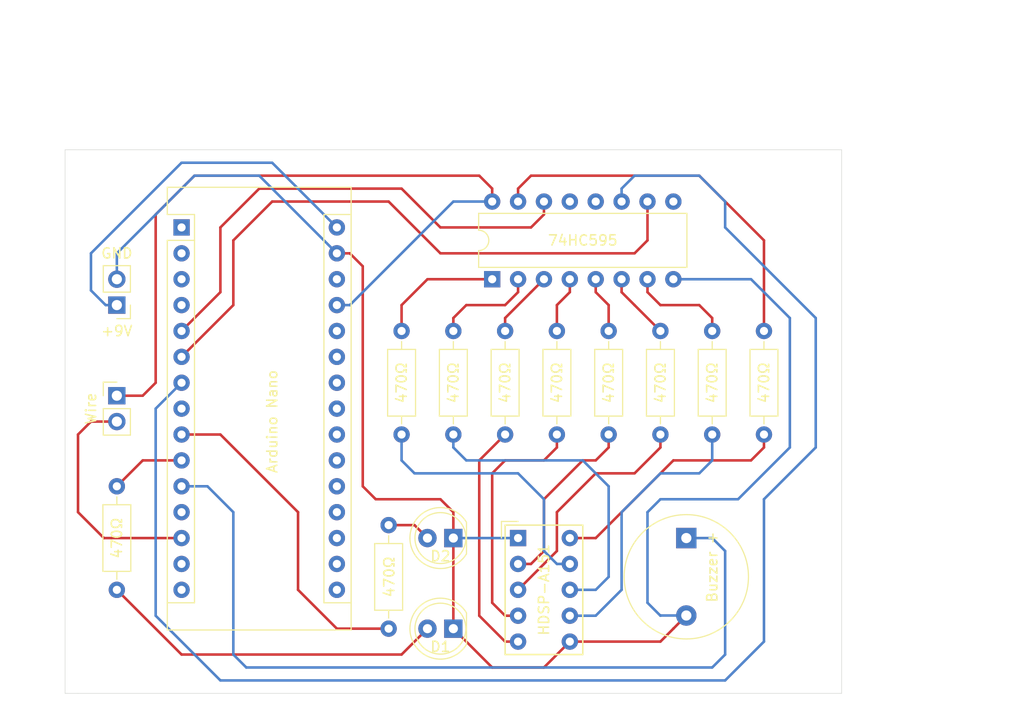
<source format=kicad_pcb>
(kicad_pcb (version 20171130) (host pcbnew "(5.1.5)-3")

  (general
    (thickness 1.6)
    (drawings 8)
    (tracks 182)
    (zones 0)
    (modules 22)
    (nets 52)
  )

  (page A4)
  (title_block
    (title "Buzz Wire Game with Arduino Nano")
  )

  (layers
    (0 F.Cu signal)
    (31 B.Cu signal)
    (32 B.Adhes user)
    (33 F.Adhes user)
    (34 B.Paste user)
    (35 F.Paste user)
    (36 B.SilkS user)
    (37 F.SilkS user)
    (38 B.Mask user)
    (39 F.Mask user)
    (40 Dwgs.User user)
    (41 Cmts.User user)
    (42 Eco1.User user)
    (43 Eco2.User user)
    (44 Edge.Cuts user)
    (45 Margin user)
    (46 B.CrtYd user)
    (47 F.CrtYd user)
    (48 B.Fab user)
    (49 F.Fab user)
  )

  (setup
    (last_trace_width 0.25)
    (trace_clearance 0.2)
    (zone_clearance 0.508)
    (zone_45_only no)
    (trace_min 0.2)
    (via_size 0.8)
    (via_drill 0.4)
    (via_min_size 0.4)
    (via_min_drill 0.3)
    (uvia_size 0.3)
    (uvia_drill 0.1)
    (uvias_allowed no)
    (uvia_min_size 0.2)
    (uvia_min_drill 0.1)
    (edge_width 0.05)
    (segment_width 0.2)
    (pcb_text_width 0.3)
    (pcb_text_size 1.5 1.5)
    (mod_edge_width 0.12)
    (mod_text_size 1 1)
    (mod_text_width 0.15)
    (pad_size 1.524 1.524)
    (pad_drill 0.762)
    (pad_to_mask_clearance 0.051)
    (solder_mask_min_width 0.25)
    (aux_axis_origin 0 0)
    (visible_elements 7FFFFFFF)
    (pcbplotparams
      (layerselection 0x010fc_ffffffff)
      (usegerberextensions false)
      (usegerberattributes false)
      (usegerberadvancedattributes false)
      (creategerberjobfile false)
      (excludeedgelayer true)
      (linewidth 0.100000)
      (plotframeref false)
      (viasonmask false)
      (mode 1)
      (useauxorigin false)
      (hpglpennumber 1)
      (hpglpenspeed 20)
      (hpglpendiameter 15.000000)
      (psnegative false)
      (psa4output false)
      (plotreference true)
      (plotvalue true)
      (plotinvisibletext false)
      (padsonsilk false)
      (subtractmaskfromsilk false)
      (outputformat 1)
      (mirror false)
      (drillshape 0)
      (scaleselection 1)
      (outputdirectory "Gerber/"))
  )

  (net 0 "")
  (net 1 "Net-(A1-Pad16)")
  (net 2 "Net-(A1-Pad15)")
  (net 3 +9V)
  (net 4 "Net-(A1-Pad14)")
  (net 5 GND)
  (net 6 "Net-(A1-Pad13)")
  (net 7 "Net-(A1-Pad28)")
  (net 8 "Net-(A1-Pad12)")
  (net 9 /5V)
  (net 10 "Net-(A1-Pad11)")
  (net 11 "Net-(A1-Pad26)")
  (net 12 "Net-(A1-Pad10)")
  (net 13 "Net-(A1-Pad25)")
  (net 14 "Net-(A1-Pad9)")
  (net 15 "Net-(A1-Pad24)")
  (net 16 "Net-(A1-Pad8)")
  (net 17 "Net-(A1-Pad23)")
  (net 18 "Net-(A1-Pad7)")
  (net 19 "Net-(A1-Pad22)")
  (net 20 "Net-(A1-Pad6)")
  (net 21 "Net-(A1-Pad21)")
  (net 22 "Net-(A1-Pad5)")
  (net 23 "Net-(A1-Pad20)")
  (net 24 "Net-(A1-Pad4)")
  (net 25 "Net-(A1-Pad19)")
  (net 26 "Net-(A1-Pad3)")
  (net 27 "Net-(A1-Pad18)")
  (net 28 "Net-(A1-Pad2)")
  (net 29 "Net-(A1-Pad17)")
  (net 30 "Net-(A1-Pad1)")
  (net 31 "Net-(R1-Pad2)")
  (net 32 "Net-(R1-Pad1)")
  (net 33 "Net-(R2-Pad2)")
  (net 34 "Net-(R2-Pad1)")
  (net 35 "Net-(R3-Pad2)")
  (net 36 "Net-(R3-Pad1)")
  (net 37 "Net-(R4-Pad2)")
  (net 38 "Net-(R4-Pad1)")
  (net 39 "Net-(R5-Pad2)")
  (net 40 "Net-(R5-Pad1)")
  (net 41 "Net-(R6-Pad2)")
  (net 42 "Net-(R6-Pad1)")
  (net 43 "Net-(R7-Pad2)")
  (net 44 "Net-(R7-Pad1)")
  (net 45 "Net-(U1-Pad13)")
  (net 46 "Net-(U1-Pad12)")
  (net 47 "Net-(U1-Pad9)")
  (net 48 "Net-(R8-Pad2)")
  (net 49 "Net-(R8-Pad1)")
  (net 50 "Net-(D1-Pad2)")
  (net 51 "Net-(D2-Pad2)")

  (net_class Default "This is the default net class."
    (clearance 0.2)
    (trace_width 0.25)
    (via_dia 0.8)
    (via_drill 0.4)
    (uvia_dia 0.3)
    (uvia_drill 0.1)
    (add_net +9V)
    (add_net /5V)
    (add_net GND)
    (add_net "Net-(A1-Pad1)")
    (add_net "Net-(A1-Pad10)")
    (add_net "Net-(A1-Pad11)")
    (add_net "Net-(A1-Pad12)")
    (add_net "Net-(A1-Pad13)")
    (add_net "Net-(A1-Pad14)")
    (add_net "Net-(A1-Pad15)")
    (add_net "Net-(A1-Pad16)")
    (add_net "Net-(A1-Pad17)")
    (add_net "Net-(A1-Pad18)")
    (add_net "Net-(A1-Pad19)")
    (add_net "Net-(A1-Pad2)")
    (add_net "Net-(A1-Pad20)")
    (add_net "Net-(A1-Pad21)")
    (add_net "Net-(A1-Pad22)")
    (add_net "Net-(A1-Pad23)")
    (add_net "Net-(A1-Pad24)")
    (add_net "Net-(A1-Pad25)")
    (add_net "Net-(A1-Pad26)")
    (add_net "Net-(A1-Pad28)")
    (add_net "Net-(A1-Pad3)")
    (add_net "Net-(A1-Pad4)")
    (add_net "Net-(A1-Pad5)")
    (add_net "Net-(A1-Pad6)")
    (add_net "Net-(A1-Pad7)")
    (add_net "Net-(A1-Pad8)")
    (add_net "Net-(A1-Pad9)")
    (add_net "Net-(D1-Pad2)")
    (add_net "Net-(D2-Pad2)")
    (add_net "Net-(R1-Pad1)")
    (add_net "Net-(R1-Pad2)")
    (add_net "Net-(R2-Pad1)")
    (add_net "Net-(R2-Pad2)")
    (add_net "Net-(R3-Pad1)")
    (add_net "Net-(R3-Pad2)")
    (add_net "Net-(R4-Pad1)")
    (add_net "Net-(R4-Pad2)")
    (add_net "Net-(R5-Pad1)")
    (add_net "Net-(R5-Pad2)")
    (add_net "Net-(R6-Pad1)")
    (add_net "Net-(R6-Pad2)")
    (add_net "Net-(R7-Pad1)")
    (add_net "Net-(R7-Pad2)")
    (add_net "Net-(R8-Pad1)")
    (add_net "Net-(R8-Pad2)")
    (add_net "Net-(U1-Pad12)")
    (add_net "Net-(U1-Pad13)")
    (add_net "Net-(U1-Pad9)")
  )

  (module Resistor_THT:R_Axial_DIN0207_L6.3mm_D2.5mm_P10.16mm_Horizontal (layer F.Cu) (tedit 5AE5139B) (tstamp 5E89835F)
    (at 128.27 119.38 90)
    (descr "Resistor, Axial_DIN0207 series, Axial, Horizontal, pin pitch=10.16mm, 0.25W = 1/4W, length*diameter=6.3*2.5mm^2, http://cdn-reichelt.de/documents/datenblatt/B400/1_4W%23YAG.pdf")
    (tags "Resistor Axial_DIN0207 series Axial Horizontal pin pitch 10.16mm 0.25W = 1/4W length 6.3mm diameter 2.5mm")
    (path /5E91087A)
    (fp_text reference R10 (at 5.08 -2.37 90) (layer F.Fab)
      (effects (font (size 1 1) (thickness 0.15)))
    )
    (fp_text value 470Ω (at 5.08 0.06 270) (layer F.SilkS)
      (effects (font (size 1 1) (thickness 0.15)))
    )
    (fp_line (start 11.21 -1.5) (end -1.05 -1.5) (layer F.CrtYd) (width 0.05))
    (fp_line (start 11.21 1.5) (end 11.21 -1.5) (layer F.CrtYd) (width 0.05))
    (fp_line (start -1.05 1.5) (end 11.21 1.5) (layer F.CrtYd) (width 0.05))
    (fp_line (start -1.05 -1.5) (end -1.05 1.5) (layer F.CrtYd) (width 0.05))
    (fp_line (start 9.12 0) (end 8.35 0) (layer F.SilkS) (width 0.12))
    (fp_line (start 1.04 0) (end 1.81 0) (layer F.SilkS) (width 0.12))
    (fp_line (start 8.35 -1.37) (end 1.81 -1.37) (layer F.SilkS) (width 0.12))
    (fp_line (start 8.35 1.37) (end 8.35 -1.37) (layer F.SilkS) (width 0.12))
    (fp_line (start 1.81 1.37) (end 8.35 1.37) (layer F.SilkS) (width 0.12))
    (fp_line (start 1.81 -1.37) (end 1.81 1.37) (layer F.SilkS) (width 0.12))
    (fp_line (start 10.16 0) (end 8.23 0) (layer F.Fab) (width 0.1))
    (fp_line (start 0 0) (end 1.93 0) (layer F.Fab) (width 0.1))
    (fp_line (start 8.23 -1.25) (end 1.93 -1.25) (layer F.Fab) (width 0.1))
    (fp_line (start 8.23 1.25) (end 8.23 -1.25) (layer F.Fab) (width 0.1))
    (fp_line (start 1.93 1.25) (end 8.23 1.25) (layer F.Fab) (width 0.1))
    (fp_line (start 1.93 -1.25) (end 1.93 1.25) (layer F.Fab) (width 0.1))
    (pad 2 thru_hole oval (at 10.16 0 90) (size 1.6 1.6) (drill 0.8) (layers *.Cu *.Mask)
      (net 51 "Net-(D2-Pad2)"))
    (pad 1 thru_hole circle (at 0 0 90) (size 1.6 1.6) (drill 0.8) (layers *.Cu *.Mask)
      (net 14 "Net-(A1-Pad9)"))
    (model ${KISYS3DMOD}/Resistor_THT.3dshapes/R_Axial_DIN0207_L6.3mm_D2.5mm_P10.16mm_Horizontal.wrl
      (at (xyz 0 0 0))
      (scale (xyz 1 1 1))
      (rotate (xyz 0 0 0))
    )
  )

  (module Resistor_THT:R_Axial_DIN0207_L6.3mm_D2.5mm_P10.16mm_Horizontal (layer F.Cu) (tedit 5AE5139B) (tstamp 5E89839E)
    (at 101.6 105.41 270)
    (descr "Resistor, Axial_DIN0207 series, Axial, Horizontal, pin pitch=10.16mm, 0.25W = 1/4W, length*diameter=6.3*2.5mm^2, http://cdn-reichelt.de/documents/datenblatt/B400/1_4W%23YAG.pdf")
    (tags "Resistor Axial_DIN0207 series Axial Horizontal pin pitch 10.16mm 0.25W = 1/4W length 6.3mm diameter 2.5mm")
    (path /5E91199C)
    (fp_text reference R9 (at 5.08 -2.37 90) (layer F.Fab)
      (effects (font (size 1 1) (thickness 0.15)))
    )
    (fp_text value 470Ω (at 5.08 0 90) (layer F.SilkS)
      (effects (font (size 1 1) (thickness 0.15)))
    )
    (fp_line (start 11.21 -1.5) (end -1.05 -1.5) (layer F.CrtYd) (width 0.05))
    (fp_line (start 11.21 1.5) (end 11.21 -1.5) (layer F.CrtYd) (width 0.05))
    (fp_line (start -1.05 1.5) (end 11.21 1.5) (layer F.CrtYd) (width 0.05))
    (fp_line (start -1.05 -1.5) (end -1.05 1.5) (layer F.CrtYd) (width 0.05))
    (fp_line (start 9.12 0) (end 8.35 0) (layer F.SilkS) (width 0.12))
    (fp_line (start 1.04 0) (end 1.81 0) (layer F.SilkS) (width 0.12))
    (fp_line (start 8.35 -1.37) (end 1.81 -1.37) (layer F.SilkS) (width 0.12))
    (fp_line (start 8.35 1.37) (end 8.35 -1.37) (layer F.SilkS) (width 0.12))
    (fp_line (start 1.81 1.37) (end 8.35 1.37) (layer F.SilkS) (width 0.12))
    (fp_line (start 1.81 -1.37) (end 1.81 1.37) (layer F.SilkS) (width 0.12))
    (fp_line (start 10.16 0) (end 8.23 0) (layer F.Fab) (width 0.1))
    (fp_line (start 0 0) (end 1.93 0) (layer F.Fab) (width 0.1))
    (fp_line (start 8.23 -1.25) (end 1.93 -1.25) (layer F.Fab) (width 0.1))
    (fp_line (start 8.23 1.25) (end 8.23 -1.25) (layer F.Fab) (width 0.1))
    (fp_line (start 1.93 1.25) (end 8.23 1.25) (layer F.Fab) (width 0.1))
    (fp_line (start 1.93 -1.25) (end 1.93 1.25) (layer F.Fab) (width 0.1))
    (pad 2 thru_hole oval (at 10.16 0 270) (size 1.6 1.6) (drill 0.8) (layers *.Cu *.Mask)
      (net 50 "Net-(D1-Pad2)"))
    (pad 1 thru_hole circle (at 0 0 270) (size 1.6 1.6) (drill 0.8) (layers *.Cu *.Mask)
      (net 12 "Net-(A1-Pad10)"))
    (model ${KISYS3DMOD}/Resistor_THT.3dshapes/R_Axial_DIN0207_L6.3mm_D2.5mm_P10.16mm_Horizontal.wrl
      (at (xyz 0 0 0))
      (scale (xyz 1 1 1))
      (rotate (xyz 0 0 0))
    )
  )

  (module Connector_PinHeader_2.54mm:PinHeader_1x02_P2.54mm_Vertical (layer F.Cu) (tedit 59FED5CC) (tstamp 5E8983DD)
    (at 101.6 96.52)
    (descr "Through hole straight pin header, 1x02, 2.54mm pitch, single row")
    (tags "Through hole pin header THT 1x02 2.54mm single row")
    (path /5E918B2B)
    (fp_text reference J2 (at 2.54 1.27) (layer F.Fab)
      (effects (font (size 1 1) (thickness 0.15)))
    )
    (fp_text value Wire (at -2.54 1.27 90) (layer F.SilkS)
      (effects (font (size 1 1) (thickness 0.15)))
    )
    (fp_text user %R (at 0 1.27 90) (layer F.Fab)
      (effects (font (size 1 1) (thickness 0.15)))
    )
    (fp_line (start 1.8 -1.8) (end -1.8 -1.8) (layer F.CrtYd) (width 0.05))
    (fp_line (start 1.8 4.35) (end 1.8 -1.8) (layer F.CrtYd) (width 0.05))
    (fp_line (start -1.8 4.35) (end 1.8 4.35) (layer F.CrtYd) (width 0.05))
    (fp_line (start -1.8 -1.8) (end -1.8 4.35) (layer F.CrtYd) (width 0.05))
    (fp_line (start -1.33 -1.33) (end 0 -1.33) (layer F.SilkS) (width 0.12))
    (fp_line (start -1.33 0) (end -1.33 -1.33) (layer F.SilkS) (width 0.12))
    (fp_line (start -1.33 1.27) (end 1.33 1.27) (layer F.SilkS) (width 0.12))
    (fp_line (start 1.33 1.27) (end 1.33 3.87) (layer F.SilkS) (width 0.12))
    (fp_line (start -1.33 1.27) (end -1.33 3.87) (layer F.SilkS) (width 0.12))
    (fp_line (start -1.33 3.87) (end 1.33 3.87) (layer F.SilkS) (width 0.12))
    (fp_line (start -1.27 -0.635) (end -0.635 -1.27) (layer F.Fab) (width 0.1))
    (fp_line (start -1.27 3.81) (end -1.27 -0.635) (layer F.Fab) (width 0.1))
    (fp_line (start 1.27 3.81) (end -1.27 3.81) (layer F.Fab) (width 0.1))
    (fp_line (start 1.27 -1.27) (end 1.27 3.81) (layer F.Fab) (width 0.1))
    (fp_line (start -0.635 -1.27) (end 1.27 -1.27) (layer F.Fab) (width 0.1))
    (pad 2 thru_hole oval (at 0 2.54) (size 1.7 1.7) (drill 1) (layers *.Cu *.Mask)
      (net 6 "Net-(A1-Pad13)"))
    (pad 1 thru_hole rect (at 0 0) (size 1.7 1.7) (drill 1) (layers *.Cu *.Mask)
      (net 9 /5V))
    (model ${KISYS3DMOD}/Connector_PinHeader_2.54mm.3dshapes/PinHeader_1x02_P2.54mm_Vertical.wrl
      (at (xyz 0 0 0))
      (scale (xyz 1 1 1))
      (rotate (xyz 0 0 0))
    )
  )

  (module Connector_PinHeader_2.54mm:PinHeader_1x02_P2.54mm_Vertical (layer F.Cu) (tedit 59FED5CC) (tstamp 5E897EE0)
    (at 101.6 87.63 180)
    (descr "Through hole straight pin header, 1x02, 2.54mm pitch, single row")
    (tags "Through hole pin header THT 1x02 2.54mm single row")
    (path /5E8F5481)
    (fp_text reference J1 (at 3.175 -1.27) (layer F.Fab)
      (effects (font (size 1 1) (thickness 0.15)))
    )
    (fp_text value Conn_01x02_Female (at -3.175 5.08 90) (layer F.Fab)
      (effects (font (size 1 1) (thickness 0.15)))
    )
    (fp_text user GND (at 0 5.08 180) (layer F.SilkS)
      (effects (font (size 1 1) (thickness 0.15)))
    )
    (fp_line (start 1.8 -1.8) (end -1.8 -1.8) (layer F.CrtYd) (width 0.05))
    (fp_line (start 1.8 4.35) (end 1.8 -1.8) (layer F.CrtYd) (width 0.05))
    (fp_line (start -1.8 4.35) (end 1.8 4.35) (layer F.CrtYd) (width 0.05))
    (fp_line (start -1.8 -1.8) (end -1.8 4.35) (layer F.CrtYd) (width 0.05))
    (fp_line (start -1.33 -1.33) (end 0 -1.33) (layer F.SilkS) (width 0.12))
    (fp_line (start -1.33 0) (end -1.33 -1.33) (layer F.SilkS) (width 0.12))
    (fp_line (start -1.33 1.27) (end 1.33 1.27) (layer F.SilkS) (width 0.12))
    (fp_line (start 1.33 1.27) (end 1.33 3.87) (layer F.SilkS) (width 0.12))
    (fp_line (start -1.33 1.27) (end -1.33 3.87) (layer F.SilkS) (width 0.12))
    (fp_line (start -1.33 3.87) (end 1.33 3.87) (layer F.SilkS) (width 0.12))
    (fp_line (start -1.27 -0.635) (end -0.635 -1.27) (layer F.Fab) (width 0.1))
    (fp_line (start -1.27 3.81) (end -1.27 -0.635) (layer F.Fab) (width 0.1))
    (fp_line (start 1.27 3.81) (end -1.27 3.81) (layer F.Fab) (width 0.1))
    (fp_line (start 1.27 -1.27) (end 1.27 3.81) (layer F.Fab) (width 0.1))
    (fp_line (start -0.635 -1.27) (end 1.27 -1.27) (layer F.Fab) (width 0.1))
    (fp_text user +9V (at 0 -2.54 180) (layer F.SilkS)
      (effects (font (size 1 1) (thickness 0.15)))
    )
    (pad 2 thru_hole oval (at 0 2.54 180) (size 1.7 1.7) (drill 1) (layers *.Cu *.Mask)
      (net 5 GND))
    (pad 1 thru_hole rect (at 0 0 180) (size 1.7 1.7) (drill 1) (layers *.Cu *.Mask)
      (net 3 +9V))
    (model ${KISYS3DMOD}/Connector_PinHeader_2.54mm.3dshapes/PinHeader_1x02_P2.54mm_Vertical.wrl
      (at (xyz 0 0 0))
      (scale (xyz 1 1 1))
      (rotate (xyz 0 0 0))
    )
  )

  (module Module:Arduino_Nano (layer F.Cu) (tedit 58ACAF70) (tstamp 5E898088)
    (at 107.95 80.01)
    (descr "Arduino Nano, http://www.mouser.com/pdfdocs/Gravitech_Arduino_Nano3_0.pdf")
    (tags "Arduino Nano")
    (path /5E848259)
    (fp_text reference A1 (at 7.62 -5.08) (layer F.Fab)
      (effects (font (size 1 1) (thickness 0.15)))
    )
    (fp_text value "Arduino Nano" (at 8.89 19.05 90) (layer F.SilkS)
      (effects (font (size 1 1) (thickness 0.15)))
    )
    (fp_line (start 16.75 42.16) (end -1.53 42.16) (layer F.CrtYd) (width 0.05))
    (fp_line (start 16.75 42.16) (end 16.75 -4.06) (layer F.CrtYd) (width 0.05))
    (fp_line (start -1.53 -4.06) (end -1.53 42.16) (layer F.CrtYd) (width 0.05))
    (fp_line (start -1.53 -4.06) (end 16.75 -4.06) (layer F.CrtYd) (width 0.05))
    (fp_line (start 16.51 -3.81) (end 16.51 39.37) (layer F.Fab) (width 0.1))
    (fp_line (start 0 -3.81) (end 16.51 -3.81) (layer F.Fab) (width 0.1))
    (fp_line (start -1.27 -2.54) (end 0 -3.81) (layer F.Fab) (width 0.1))
    (fp_line (start -1.27 39.37) (end -1.27 -2.54) (layer F.Fab) (width 0.1))
    (fp_line (start 16.51 39.37) (end -1.27 39.37) (layer F.Fab) (width 0.1))
    (fp_line (start 16.64 -3.94) (end -1.4 -3.94) (layer F.SilkS) (width 0.12))
    (fp_line (start 16.64 39.5) (end 16.64 -3.94) (layer F.SilkS) (width 0.12))
    (fp_line (start -1.4 39.5) (end 16.64 39.5) (layer F.SilkS) (width 0.12))
    (fp_line (start 3.81 41.91) (end 3.81 31.75) (layer F.Fab) (width 0.1))
    (fp_line (start 11.43 41.91) (end 3.81 41.91) (layer F.Fab) (width 0.1))
    (fp_line (start 11.43 31.75) (end 11.43 41.91) (layer F.Fab) (width 0.1))
    (fp_line (start 3.81 31.75) (end 11.43 31.75) (layer F.Fab) (width 0.1))
    (fp_line (start 1.27 36.83) (end -1.4 36.83) (layer F.SilkS) (width 0.12))
    (fp_line (start 1.27 1.27) (end 1.27 36.83) (layer F.SilkS) (width 0.12))
    (fp_line (start 1.27 1.27) (end -1.4 1.27) (layer F.SilkS) (width 0.12))
    (fp_line (start 13.97 36.83) (end 16.64 36.83) (layer F.SilkS) (width 0.12))
    (fp_line (start 13.97 -1.27) (end 13.97 36.83) (layer F.SilkS) (width 0.12))
    (fp_line (start 13.97 -1.27) (end 16.64 -1.27) (layer F.SilkS) (width 0.12))
    (fp_line (start -1.4 -3.94) (end -1.4 -1.27) (layer F.SilkS) (width 0.12))
    (fp_line (start -1.4 1.27) (end -1.4 39.5) (layer F.SilkS) (width 0.12))
    (fp_line (start 1.27 -1.27) (end -1.4 -1.27) (layer F.SilkS) (width 0.12))
    (fp_line (start 1.27 1.27) (end 1.27 -1.27) (layer F.SilkS) (width 0.12))
    (pad 16 thru_hole oval (at 15.24 35.56) (size 1.6 1.6) (drill 0.8) (layers *.Cu *.Mask)
      (net 1 "Net-(A1-Pad16)"))
    (pad 15 thru_hole oval (at 0 35.56) (size 1.6 1.6) (drill 0.8) (layers *.Cu *.Mask)
      (net 2 "Net-(A1-Pad15)"))
    (pad 30 thru_hole oval (at 15.24 0) (size 1.6 1.6) (drill 0.8) (layers *.Cu *.Mask)
      (net 3 +9V))
    (pad 14 thru_hole oval (at 0 33.02) (size 1.6 1.6) (drill 0.8) (layers *.Cu *.Mask)
      (net 4 "Net-(A1-Pad14)"))
    (pad 29 thru_hole oval (at 15.24 2.54) (size 1.6 1.6) (drill 0.8) (layers *.Cu *.Mask)
      (net 5 GND))
    (pad 13 thru_hole oval (at 0 30.48) (size 1.6 1.6) (drill 0.8) (layers *.Cu *.Mask)
      (net 6 "Net-(A1-Pad13)"))
    (pad 28 thru_hole oval (at 15.24 5.08) (size 1.6 1.6) (drill 0.8) (layers *.Cu *.Mask)
      (net 7 "Net-(A1-Pad28)"))
    (pad 12 thru_hole oval (at 0 27.94) (size 1.6 1.6) (drill 0.8) (layers *.Cu *.Mask)
      (net 8 "Net-(A1-Pad12)"))
    (pad 27 thru_hole oval (at 15.24 7.62) (size 1.6 1.6) (drill 0.8) (layers *.Cu *.Mask)
      (net 9 /5V))
    (pad 11 thru_hole oval (at 0 25.4) (size 1.6 1.6) (drill 0.8) (layers *.Cu *.Mask)
      (net 10 "Net-(A1-Pad11)"))
    (pad 26 thru_hole oval (at 15.24 10.16) (size 1.6 1.6) (drill 0.8) (layers *.Cu *.Mask)
      (net 11 "Net-(A1-Pad26)"))
    (pad 10 thru_hole oval (at 0 22.86) (size 1.6 1.6) (drill 0.8) (layers *.Cu *.Mask)
      (net 12 "Net-(A1-Pad10)"))
    (pad 25 thru_hole oval (at 15.24 12.7) (size 1.6 1.6) (drill 0.8) (layers *.Cu *.Mask)
      (net 13 "Net-(A1-Pad25)"))
    (pad 9 thru_hole oval (at 0 20.32) (size 1.6 1.6) (drill 0.8) (layers *.Cu *.Mask)
      (net 14 "Net-(A1-Pad9)"))
    (pad 24 thru_hole oval (at 15.24 15.24) (size 1.6 1.6) (drill 0.8) (layers *.Cu *.Mask)
      (net 15 "Net-(A1-Pad24)"))
    (pad 8 thru_hole oval (at 0 17.78) (size 1.6 1.6) (drill 0.8) (layers *.Cu *.Mask)
      (net 16 "Net-(A1-Pad8)"))
    (pad 23 thru_hole oval (at 15.24 17.78) (size 1.6 1.6) (drill 0.8) (layers *.Cu *.Mask)
      (net 17 "Net-(A1-Pad23)"))
    (pad 7 thru_hole oval (at 0 15.24) (size 1.6 1.6) (drill 0.8) (layers *.Cu *.Mask)
      (net 18 "Net-(A1-Pad7)"))
    (pad 22 thru_hole oval (at 15.24 20.32) (size 1.6 1.6) (drill 0.8) (layers *.Cu *.Mask)
      (net 19 "Net-(A1-Pad22)"))
    (pad 6 thru_hole oval (at 0 12.7) (size 1.6 1.6) (drill 0.8) (layers *.Cu *.Mask)
      (net 20 "Net-(A1-Pad6)"))
    (pad 21 thru_hole oval (at 15.24 22.86) (size 1.6 1.6) (drill 0.8) (layers *.Cu *.Mask)
      (net 21 "Net-(A1-Pad21)"))
    (pad 5 thru_hole oval (at 0 10.16) (size 1.6 1.6) (drill 0.8) (layers *.Cu *.Mask)
      (net 22 "Net-(A1-Pad5)"))
    (pad 20 thru_hole oval (at 15.24 25.4) (size 1.6 1.6) (drill 0.8) (layers *.Cu *.Mask)
      (net 23 "Net-(A1-Pad20)"))
    (pad 4 thru_hole oval (at 0 7.62) (size 1.6 1.6) (drill 0.8) (layers *.Cu *.Mask)
      (net 24 "Net-(A1-Pad4)"))
    (pad 19 thru_hole oval (at 15.24 27.94) (size 1.6 1.6) (drill 0.8) (layers *.Cu *.Mask)
      (net 25 "Net-(A1-Pad19)"))
    (pad 3 thru_hole oval (at 0 5.08) (size 1.6 1.6) (drill 0.8) (layers *.Cu *.Mask)
      (net 26 "Net-(A1-Pad3)"))
    (pad 18 thru_hole oval (at 15.24 30.48) (size 1.6 1.6) (drill 0.8) (layers *.Cu *.Mask)
      (net 27 "Net-(A1-Pad18)"))
    (pad 2 thru_hole oval (at 0 2.54) (size 1.6 1.6) (drill 0.8) (layers *.Cu *.Mask)
      (net 28 "Net-(A1-Pad2)"))
    (pad 17 thru_hole oval (at 15.24 33.02) (size 1.6 1.6) (drill 0.8) (layers *.Cu *.Mask)
      (net 29 "Net-(A1-Pad17)"))
    (pad 1 thru_hole rect (at 0 0) (size 1.6 1.6) (drill 0.8) (layers *.Cu *.Mask)
      (net 30 "Net-(A1-Pad1)"))
    (model ${KISYS3DMOD}/Module.3dshapes/Arduino_Nano_WithMountingHoles.wrl
      (at (xyz 0 0 0))
      (scale (xyz 1 1 1))
      (rotate (xyz 0 0 0))
    )
  )

  (module MountingHole:MountingHole_2.7mm_M2.5 (layer F.Cu) (tedit 56D1B4CB) (tstamp 5E89826A)
    (at 100.33 76.2)
    (descr "Mounting Hole 2.7mm, no annular, M2.5")
    (tags "mounting hole 2.7mm no annular m2.5")
    (attr virtual)
    (fp_text reference "" (at 0 -3.7) (layer F.SilkS)
      (effects (font (size 1 1) (thickness 0.15)))
    )
    (fp_text value MountingHole_2.7mm_M2.5 (at 0 -5.08) (layer F.Fab)
      (effects (font (size 1 1) (thickness 0.15)))
    )
    (fp_text user %R (at 0.3 0) (layer F.Fab)
      (effects (font (size 1 1) (thickness 0.15)))
    )
    (fp_circle (center 0 0) (end 2.7 0) (layer Cmts.User) (width 0.15))
    (fp_circle (center 0 0) (end 2.95 0) (layer F.CrtYd) (width 0.05))
    (pad 1 np_thru_hole circle (at 0 0) (size 2.7 2.7) (drill 2.7) (layers *.Cu *.Mask))
  )

  (module MountingHole:MountingHole_2.7mm_M2.5 (layer F.Cu) (tedit 56D1B4CB) (tstamp 5E89803F)
    (at 100.33 121.92)
    (descr "Mounting Hole 2.7mm, no annular, M2.5")
    (tags "mounting hole 2.7mm no annular m2.5")
    (attr virtual)
    (fp_text reference "" (at -1.27 -5.08) (layer F.SilkS)
      (effects (font (size 1 1) (thickness 0.15)))
    )
    (fp_text value MountingHole_2.7mm_M2.5 (at 0 5.08) (layer F.Fab)
      (effects (font (size 1 1) (thickness 0.15)))
    )
    (fp_text user %R (at 0.3 0) (layer F.Fab)
      (effects (font (size 1 1) (thickness 0.15)))
    )
    (fp_circle (center 0 0) (end 2.7 0) (layer Cmts.User) (width 0.15))
    (fp_circle (center 0 0) (end 2.95 0) (layer F.CrtYd) (width 0.05))
    (pad 1 np_thru_hole circle (at 0 0) (size 2.7 2.7) (drill 2.7) (layers *.Cu *.Mask))
  )

  (module MountingHole:MountingHole_2.7mm_M2.5 (layer F.Cu) (tedit 56D1B4CB) (tstamp 5E898255)
    (at 168.91 76.2)
    (descr "Mounting Hole 2.7mm, no annular, M2.5")
    (tags "mounting hole 2.7mm no annular m2.5")
    (attr virtual)
    (fp_text reference "" (at 0 -3.7) (layer F.SilkS)
      (effects (font (size 1 1) (thickness 0.15)))
    )
    (fp_text value MountingHole_2.7mm_M2.5 (at -3.81 -5.08) (layer F.Fab)
      (effects (font (size 1 1) (thickness 0.15)))
    )
    (fp_text user %R (at 0.3 0) (layer F.Fab)
      (effects (font (size 1 1) (thickness 0.15)))
    )
    (fp_circle (center 0 0) (end 2.7 0) (layer Cmts.User) (width 0.15))
    (fp_circle (center 0 0) (end 2.95 0) (layer F.CrtYd) (width 0.05))
    (pad 1 np_thru_hole circle (at 0 0) (size 2.7 2.7) (drill 2.7) (layers *.Cu *.Mask))
  )

  (module MountingHole:MountingHole_2.7mm_M2.5 (layer F.Cu) (tedit 56D1B4CB) (tstamp 5E89802A)
    (at 168.91 121.92)
    (descr "Mounting Hole 2.7mm, no annular, M2.5")
    (tags "mounting hole 2.7mm no annular m2.5")
    (attr virtual)
    (fp_text reference "" (at 0 -3.7) (layer F.SilkS)
      (effects (font (size 1 1) (thickness 0.15)))
    )
    (fp_text value MountingHole_2.7mm_M2.5 (at 0 5.08) (layer F.Fab)
      (effects (font (size 1 1) (thickness 0.15)))
    )
    (fp_circle (center 0 0) (end 2.95 0) (layer F.CrtYd) (width 0.05))
    (fp_circle (center 0 0) (end 2.7 0) (layer Cmts.User) (width 0.15))
    (fp_text user %R (at 0.3 0) (layer F.Fab)
      (effects (font (size 1 1) (thickness 0.15)))
    )
    (pad 1 np_thru_hole circle (at 0 0) (size 2.7 2.7) (drill 2.7) (layers *.Cu *.Mask))
  )

  (module Resistor_THT:R_Axial_DIN0207_L6.3mm_D2.5mm_P10.16mm_Horizontal (layer F.Cu) (tedit 5AE5139B) (tstamp 5E8981E5)
    (at 160.02 100.33 90)
    (descr "Resistor, Axial_DIN0207 series, Axial, Horizontal, pin pitch=10.16mm, 0.25W = 1/4W, length*diameter=6.3*2.5mm^2, http://cdn-reichelt.de/documents/datenblatt/B400/1_4W%23YAG.pdf")
    (tags "Resistor Axial_DIN0207 series Axial Horizontal pin pitch 10.16mm 0.25W = 1/4W length 6.3mm diameter 2.5mm")
    (path /5E8AF1E0)
    (fp_text reference R8 (at 5.08 -2.54 90) (layer F.Fab)
      (effects (font (size 1 1) (thickness 0.15)))
    )
    (fp_text value 470Ω (at 5.08 0 90) (layer F.SilkS)
      (effects (font (size 1 1) (thickness 0.15)))
    )
    (fp_line (start 11.21 -1.5) (end -1.05 -1.5) (layer F.CrtYd) (width 0.05))
    (fp_line (start 11.21 1.5) (end 11.21 -1.5) (layer F.CrtYd) (width 0.05))
    (fp_line (start -1.05 1.5) (end 11.21 1.5) (layer F.CrtYd) (width 0.05))
    (fp_line (start -1.05 -1.5) (end -1.05 1.5) (layer F.CrtYd) (width 0.05))
    (fp_line (start 9.12 0) (end 8.35 0) (layer F.SilkS) (width 0.12))
    (fp_line (start 1.04 0) (end 1.81 0) (layer F.SilkS) (width 0.12))
    (fp_line (start 8.35 -1.37) (end 1.81 -1.37) (layer F.SilkS) (width 0.12))
    (fp_line (start 8.35 1.37) (end 8.35 -1.37) (layer F.SilkS) (width 0.12))
    (fp_line (start 1.81 1.37) (end 8.35 1.37) (layer F.SilkS) (width 0.12))
    (fp_line (start 1.81 -1.37) (end 1.81 1.37) (layer F.SilkS) (width 0.12))
    (fp_line (start 10.16 0) (end 8.23 0) (layer F.Fab) (width 0.1))
    (fp_line (start 0 0) (end 1.93 0) (layer F.Fab) (width 0.1))
    (fp_line (start 8.23 -1.25) (end 1.93 -1.25) (layer F.Fab) (width 0.1))
    (fp_line (start 8.23 1.25) (end 8.23 -1.25) (layer F.Fab) (width 0.1))
    (fp_line (start 1.93 1.25) (end 8.23 1.25) (layer F.Fab) (width 0.1))
    (fp_line (start 1.93 -1.25) (end 1.93 1.25) (layer F.Fab) (width 0.1))
    (pad 2 thru_hole oval (at 10.16 0 90) (size 1.6 1.6) (drill 0.8) (layers *.Cu *.Mask)
      (net 48 "Net-(R8-Pad2)"))
    (pad 1 thru_hole circle (at 0 0 90) (size 1.6 1.6) (drill 0.8) (layers *.Cu *.Mask)
      (net 49 "Net-(R8-Pad1)"))
    (model ${KISYS3DMOD}/Resistor_THT.3dshapes/R_Axial_DIN0207_L6.3mm_D2.5mm_P10.16mm_Horizontal.wrl
      (at (xyz 0 0 0))
      (scale (xyz 1 1 1))
      (rotate (xyz 0 0 0))
    )
  )

  (module Buzzer_Beeper:Buzzer_12x9.5RM7.6 (layer F.Cu) (tedit 5A030281) (tstamp 5E898334)
    (at 157.48 110.49 270)
    (descr "Generic Buzzer, D12mm height 9.5mm with RM7.6mm")
    (tags buzzer)
    (path /5E86ED08)
    (fp_text reference BZ1 (at 3.81 2.54 90) (layer F.Fab)
      (effects (font (size 1 1) (thickness 0.15)))
    )
    (fp_text value Buzzer (at 3.81 -2.54 90) (layer F.SilkS)
      (effects (font (size 1 1) (thickness 0.15)))
    )
    (fp_circle (center 3.8 0) (end 9.9 0) (layer F.SilkS) (width 0.12))
    (fp_circle (center 3.8 0) (end 4.8 0) (layer F.Fab) (width 0.1))
    (fp_circle (center 3.8 0) (end 9.8 0) (layer F.Fab) (width 0.1))
    (fp_circle (center 3.8 0) (end 10.05 0) (layer F.CrtYd) (width 0.05))
    (fp_text user + (at -0.01 -2.54 90) (layer F.SilkS)
      (effects (font (size 1 1) (thickness 0.15)))
    )
    (fp_text user + (at -0.01 -2.54 90) (layer F.Fab)
      (effects (font (size 1 1) (thickness 0.15)))
    )
    (pad 2 thru_hole circle (at 7.6 0 270) (size 2 2) (drill 1) (layers *.Cu *.Mask)
      (net 5 GND))
    (pad 1 thru_hole rect (at 0 0 270) (size 2 2) (drill 1) (layers *.Cu *.Mask)
      (net 10 "Net-(A1-Pad11)"))
    (model ${KISYS3DMOD}/Buzzer_Beeper.3dshapes/Buzzer_12x9.5RM7.6.wrl
      (at (xyz 0 0 0))
      (scale (xyz 1 1 1))
      (rotate (xyz 0 0 0))
    )
  )

  (module Display_7Segment:HDSP-A151 (layer F.Cu) (tedit 5A9EC7A7) (tstamp 5E898198)
    (at 140.97 110.49)
    (descr "One digit 7 segment red, https://docs.broadcom.com/docs/AV02-2553EN")
    (tags "One digit 7 segment high efficiency red")
    (path /5E84AC08)
    (fp_text reference U2 (at 1.27 -2.54) (layer F.Fab)
      (effects (font (size 1 1) (thickness 0.15)))
    )
    (fp_text value HDSP-A151 (at 2.54 5.08 90) (layer F.SilkS)
      (effects (font (size 1 1) (thickness 0.15)))
    )
    (fp_line (start -1.63 -1.63) (end 0 -1.63) (layer F.SilkS) (width 0.12))
    (fp_line (start -1.63 0) (end -1.63 -1.63) (layer F.SilkS) (width 0.12))
    (fp_line (start -1.5 -1.5) (end 6.6 -1.5) (layer F.CrtYd) (width 0.05))
    (fp_line (start -1.5 11.7) (end -1.5 -1.5) (layer F.CrtYd) (width 0.05))
    (fp_line (start 6.6 11.7) (end -1.5 11.7) (layer F.CrtYd) (width 0.05))
    (fp_line (start 6.6 -1.5) (end 6.6 11.7) (layer F.CrtYd) (width 0.05))
    (fp_line (start -0.1 -1.1) (end 6.2 -1.1) (layer F.Fab) (width 0.1))
    (fp_line (start -1.1 -0.1) (end -0.1 -1.1) (layer F.Fab) (width 0.1))
    (fp_line (start -1.1 11.3) (end -1.1 -0.1) (layer F.Fab) (width 0.1))
    (fp_line (start 6.2 11.3) (end -1.1 11.3) (layer F.Fab) (width 0.1))
    (fp_line (start 6.2 -1.1) (end 6.2 11.3) (layer F.Fab) (width 0.1))
    (fp_line (start 6.35 11.43) (end 6.35 -1.27) (layer F.SilkS) (width 0.15))
    (fp_line (start -1.27 11.43) (end 6.35 11.43) (layer F.SilkS) (width 0.15))
    (fp_line (start -1.27 -1.27) (end -1.27 11.43) (layer F.SilkS) (width 0.15))
    (fp_line (start 6.35 -1.27) (end -1.27 -1.27) (layer F.SilkS) (width 0.15))
    (pad 10 thru_hole circle (at 5.08 0) (size 1.6 1.6) (drill 0.8) (layers *.Cu *.Mask)
      (net 32 "Net-(R1-Pad1)"))
    (pad 9 thru_hole circle (at 5.08 2.54) (size 1.6 1.6) (drill 0.8) (layers *.Cu *.Mask)
      (net 34 "Net-(R2-Pad1)"))
    (pad 8 thru_hole circle (at 5.08 5.08) (size 1.6 1.6) (drill 0.8) (layers *.Cu *.Mask)
      (net 36 "Net-(R3-Pad1)"))
    (pad 7 thru_hole circle (at 5.08 7.62) (size 1.6 1.6) (drill 0.8) (layers *.Cu *.Mask)
      (net 49 "Net-(R8-Pad1)"))
    (pad 6 thru_hole circle (at 5.08 10.16) (size 1.6 1.6) (drill 0.8) (layers *.Cu *.Mask)
      (net 5 GND))
    (pad 5 thru_hole circle (at 0 10.16) (size 1.6 1.6) (drill 0.8) (layers *.Cu *.Mask)
      (net 38 "Net-(R4-Pad1)"))
    (pad 4 thru_hole circle (at 0 7.62) (size 1.6 1.6) (drill 0.8) (layers *.Cu *.Mask)
      (net 40 "Net-(R5-Pad1)"))
    (pad 3 thru_hole circle (at 0 5.08) (size 1.6 1.6) (drill 0.8) (layers *.Cu *.Mask)
      (net 44 "Net-(R7-Pad1)"))
    (pad 2 thru_hole circle (at 0 2.54) (size 1.6 1.6) (drill 0.8) (layers *.Cu *.Mask)
      (net 42 "Net-(R6-Pad1)"))
    (pad 1 thru_hole rect (at 0 0) (size 1.6 1.6) (drill 0.8) (layers *.Cu *.Mask)
      (net 5 GND))
    (model ${KISYS3DMOD}/Display_7Segment.3dshapes/HDSP-A151.wrl
      (at (xyz 0 0 0))
      (scale (xyz 1 1 1))
      (rotate (xyz 0 0 0))
    )
  )

  (module Package_DIP:DIP-16_W7.62mm (layer F.Cu) (tedit 5A02E8C5) (tstamp 5E897FDF)
    (at 138.43 85.09 90)
    (descr "16-lead though-hole mounted DIP package, row spacing 7.62 mm (300 mils)")
    (tags "THT DIP DIL PDIP 2.54mm 7.62mm 300mil")
    (path /5E849AC8)
    (fp_text reference U1 (at 3.81 1.27 90) (layer F.Fab)
      (effects (font (size 1 1) (thickness 0.15)))
    )
    (fp_text value 74HC595 (at 3.81 8.89 180) (layer F.SilkS)
      (effects (font (size 1 1) (thickness 0.15)))
    )
    (fp_line (start 8.7 -1.55) (end -1.1 -1.55) (layer F.CrtYd) (width 0.05))
    (fp_line (start 8.7 19.3) (end 8.7 -1.55) (layer F.CrtYd) (width 0.05))
    (fp_line (start -1.1 19.3) (end 8.7 19.3) (layer F.CrtYd) (width 0.05))
    (fp_line (start -1.1 -1.55) (end -1.1 19.3) (layer F.CrtYd) (width 0.05))
    (fp_line (start 6.46 -1.33) (end 4.81 -1.33) (layer F.SilkS) (width 0.12))
    (fp_line (start 6.46 19.11) (end 6.46 -1.33) (layer F.SilkS) (width 0.12))
    (fp_line (start 1.16 19.11) (end 6.46 19.11) (layer F.SilkS) (width 0.12))
    (fp_line (start 1.16 -1.33) (end 1.16 19.11) (layer F.SilkS) (width 0.12))
    (fp_line (start 2.81 -1.33) (end 1.16 -1.33) (layer F.SilkS) (width 0.12))
    (fp_line (start 0.635 -0.27) (end 1.635 -1.27) (layer F.Fab) (width 0.1))
    (fp_line (start 0.635 19.05) (end 0.635 -0.27) (layer F.Fab) (width 0.1))
    (fp_line (start 6.985 19.05) (end 0.635 19.05) (layer F.Fab) (width 0.1))
    (fp_line (start 6.985 -1.27) (end 6.985 19.05) (layer F.Fab) (width 0.1))
    (fp_line (start 1.635 -1.27) (end 6.985 -1.27) (layer F.Fab) (width 0.1))
    (fp_arc (start 3.81 -1.33) (end 2.81 -1.33) (angle -180) (layer F.SilkS) (width 0.12))
    (pad 16 thru_hole oval (at 7.62 0 90) (size 1.6 1.6) (drill 0.8) (layers *.Cu *.Mask)
      (net 9 /5V))
    (pad 8 thru_hole oval (at 0 17.78 90) (size 1.6 1.6) (drill 0.8) (layers *.Cu *.Mask)
      (net 5 GND))
    (pad 15 thru_hole oval (at 7.62 2.54 90) (size 1.6 1.6) (drill 0.8) (layers *.Cu *.Mask)
      (net 31 "Net-(R1-Pad2)"))
    (pad 7 thru_hole oval (at 0 15.24 90) (size 1.6 1.6) (drill 0.8) (layers *.Cu *.Mask)
      (net 48 "Net-(R8-Pad2)"))
    (pad 14 thru_hole oval (at 7.62 5.08 90) (size 1.6 1.6) (drill 0.8) (layers *.Cu *.Mask)
      (net 22 "Net-(A1-Pad5)"))
    (pad 6 thru_hole oval (at 0 12.7 90) (size 1.6 1.6) (drill 0.8) (layers *.Cu *.Mask)
      (net 43 "Net-(R7-Pad2)"))
    (pad 13 thru_hole oval (at 7.62 7.62 90) (size 1.6 1.6) (drill 0.8) (layers *.Cu *.Mask)
      (net 45 "Net-(U1-Pad13)"))
    (pad 5 thru_hole oval (at 0 10.16 90) (size 1.6 1.6) (drill 0.8) (layers *.Cu *.Mask)
      (net 41 "Net-(R6-Pad2)"))
    (pad 12 thru_hole oval (at 7.62 10.16 90) (size 1.6 1.6) (drill 0.8) (layers *.Cu *.Mask)
      (net 46 "Net-(U1-Pad12)"))
    (pad 4 thru_hole oval (at 0 7.62 90) (size 1.6 1.6) (drill 0.8) (layers *.Cu *.Mask)
      (net 39 "Net-(R5-Pad2)"))
    (pad 11 thru_hole oval (at 7.62 12.7 90) (size 1.6 1.6) (drill 0.8) (layers *.Cu *.Mask)
      (net 18 "Net-(A1-Pad7)"))
    (pad 3 thru_hole oval (at 0 5.08 90) (size 1.6 1.6) (drill 0.8) (layers *.Cu *.Mask)
      (net 37 "Net-(R4-Pad2)"))
    (pad 10 thru_hole oval (at 7.62 15.24 90) (size 1.6 1.6) (drill 0.8) (layers *.Cu *.Mask)
      (net 20 "Net-(A1-Pad6)"))
    (pad 2 thru_hole oval (at 0 2.54 90) (size 1.6 1.6) (drill 0.8) (layers *.Cu *.Mask)
      (net 35 "Net-(R3-Pad2)"))
    (pad 9 thru_hole oval (at 7.62 17.78 90) (size 1.6 1.6) (drill 0.8) (layers *.Cu *.Mask)
      (net 47 "Net-(U1-Pad9)"))
    (pad 1 thru_hole rect (at 0 0 90) (size 1.6 1.6) (drill 0.8) (layers *.Cu *.Mask)
      (net 33 "Net-(R2-Pad2)"))
    (model ${KISYS3DMOD}/Package_DIP.3dshapes/DIP-16_W7.62mm.wrl
      (at (xyz 0 0 0))
      (scale (xyz 1 1 1))
      (rotate (xyz 0 0 0))
    )
  )

  (module Resistor_THT:R_Axial_DIN0207_L6.3mm_D2.5mm_P10.16mm_Horizontal (layer F.Cu) (tedit 5AE5139B) (tstamp 5E898113)
    (at 154.94 100.33 90)
    (descr "Resistor, Axial_DIN0207 series, Axial, Horizontal, pin pitch=10.16mm, 0.25W = 1/4W, length*diameter=6.3*2.5mm^2, http://cdn-reichelt.de/documents/datenblatt/B400/1_4W%23YAG.pdf")
    (tags "Resistor Axial_DIN0207 series Axial Horizontal pin pitch 10.16mm 0.25W = 1/4W length 6.3mm diameter 2.5mm")
    (path /5E853C40)
    (fp_text reference R7 (at 5.08 -2.54 90) (layer F.Fab)
      (effects (font (size 1 1) (thickness 0.15)))
    )
    (fp_text value 470Ω (at 5.08 0 90) (layer F.SilkS)
      (effects (font (size 1 1) (thickness 0.15)))
    )
    (fp_line (start 11.21 -1.5) (end -1.05 -1.5) (layer F.CrtYd) (width 0.05))
    (fp_line (start 11.21 1.5) (end 11.21 -1.5) (layer F.CrtYd) (width 0.05))
    (fp_line (start -1.05 1.5) (end 11.21 1.5) (layer F.CrtYd) (width 0.05))
    (fp_line (start -1.05 -1.5) (end -1.05 1.5) (layer F.CrtYd) (width 0.05))
    (fp_line (start 9.12 0) (end 8.35 0) (layer F.SilkS) (width 0.12))
    (fp_line (start 1.04 0) (end 1.81 0) (layer F.SilkS) (width 0.12))
    (fp_line (start 8.35 -1.37) (end 1.81 -1.37) (layer F.SilkS) (width 0.12))
    (fp_line (start 8.35 1.37) (end 8.35 -1.37) (layer F.SilkS) (width 0.12))
    (fp_line (start 1.81 1.37) (end 8.35 1.37) (layer F.SilkS) (width 0.12))
    (fp_line (start 1.81 -1.37) (end 1.81 1.37) (layer F.SilkS) (width 0.12))
    (fp_line (start 10.16 0) (end 8.23 0) (layer F.Fab) (width 0.1))
    (fp_line (start 0 0) (end 1.93 0) (layer F.Fab) (width 0.1))
    (fp_line (start 8.23 -1.25) (end 1.93 -1.25) (layer F.Fab) (width 0.1))
    (fp_line (start 8.23 1.25) (end 8.23 -1.25) (layer F.Fab) (width 0.1))
    (fp_line (start 1.93 1.25) (end 8.23 1.25) (layer F.Fab) (width 0.1))
    (fp_line (start 1.93 -1.25) (end 1.93 1.25) (layer F.Fab) (width 0.1))
    (pad 2 thru_hole oval (at 10.16 0 90) (size 1.6 1.6) (drill 0.8) (layers *.Cu *.Mask)
      (net 43 "Net-(R7-Pad2)"))
    (pad 1 thru_hole circle (at 0 0 90) (size 1.6 1.6) (drill 0.8) (layers *.Cu *.Mask)
      (net 44 "Net-(R7-Pad1)"))
    (model ${KISYS3DMOD}/Resistor_THT.3dshapes/R_Axial_DIN0207_L6.3mm_D2.5mm_P10.16mm_Horizontal.wrl
      (at (xyz 0 0 0))
      (scale (xyz 1 1 1))
      (rotate (xyz 0 0 0))
    )
  )

  (module Resistor_THT:R_Axial_DIN0207_L6.3mm_D2.5mm_P10.16mm_Horizontal (layer F.Cu) (tedit 5AE5139B) (tstamp 5E898224)
    (at 149.86 100.33 90)
    (descr "Resistor, Axial_DIN0207 series, Axial, Horizontal, pin pitch=10.16mm, 0.25W = 1/4W, length*diameter=6.3*2.5mm^2, http://cdn-reichelt.de/documents/datenblatt/B400/1_4W%23YAG.pdf")
    (tags "Resistor Axial_DIN0207 series Axial Horizontal pin pitch 10.16mm 0.25W = 1/4W length 6.3mm diameter 2.5mm")
    (path /5E8538B8)
    (fp_text reference R6 (at 5.08 -2.54 90) (layer F.Fab)
      (effects (font (size 1 1) (thickness 0.15)))
    )
    (fp_text value 470Ω (at 5.08 0 90) (layer F.SilkS)
      (effects (font (size 1 1) (thickness 0.15)))
    )
    (fp_line (start 11.21 -1.5) (end -1.05 -1.5) (layer F.CrtYd) (width 0.05))
    (fp_line (start 11.21 1.5) (end 11.21 -1.5) (layer F.CrtYd) (width 0.05))
    (fp_line (start -1.05 1.5) (end 11.21 1.5) (layer F.CrtYd) (width 0.05))
    (fp_line (start -1.05 -1.5) (end -1.05 1.5) (layer F.CrtYd) (width 0.05))
    (fp_line (start 9.12 0) (end 8.35 0) (layer F.SilkS) (width 0.12))
    (fp_line (start 1.04 0) (end 1.81 0) (layer F.SilkS) (width 0.12))
    (fp_line (start 8.35 -1.37) (end 1.81 -1.37) (layer F.SilkS) (width 0.12))
    (fp_line (start 8.35 1.37) (end 8.35 -1.37) (layer F.SilkS) (width 0.12))
    (fp_line (start 1.81 1.37) (end 8.35 1.37) (layer F.SilkS) (width 0.12))
    (fp_line (start 1.81 -1.37) (end 1.81 1.37) (layer F.SilkS) (width 0.12))
    (fp_line (start 10.16 0) (end 8.23 0) (layer F.Fab) (width 0.1))
    (fp_line (start 0 0) (end 1.93 0) (layer F.Fab) (width 0.1))
    (fp_line (start 8.23 -1.25) (end 1.93 -1.25) (layer F.Fab) (width 0.1))
    (fp_line (start 8.23 1.25) (end 8.23 -1.25) (layer F.Fab) (width 0.1))
    (fp_line (start 1.93 1.25) (end 8.23 1.25) (layer F.Fab) (width 0.1))
    (fp_line (start 1.93 -1.25) (end 1.93 1.25) (layer F.Fab) (width 0.1))
    (pad 2 thru_hole oval (at 10.16 0 90) (size 1.6 1.6) (drill 0.8) (layers *.Cu *.Mask)
      (net 41 "Net-(R6-Pad2)"))
    (pad 1 thru_hole circle (at 0 0 90) (size 1.6 1.6) (drill 0.8) (layers *.Cu *.Mask)
      (net 42 "Net-(R6-Pad1)"))
    (model ${KISYS3DMOD}/Resistor_THT.3dshapes/R_Axial_DIN0207_L6.3mm_D2.5mm_P10.16mm_Horizontal.wrl
      (at (xyz 0 0 0))
      (scale (xyz 1 1 1))
      (rotate (xyz 0 0 0))
    )
  )

  (module Resistor_THT:R_Axial_DIN0207_L6.3mm_D2.5mm_P10.16mm_Horizontal (layer F.Cu) (tedit 5AE5139B) (tstamp 5E898152)
    (at 144.78 100.33 90)
    (descr "Resistor, Axial_DIN0207 series, Axial, Horizontal, pin pitch=10.16mm, 0.25W = 1/4W, length*diameter=6.3*2.5mm^2, http://cdn-reichelt.de/documents/datenblatt/B400/1_4W%23YAG.pdf")
    (tags "Resistor Axial_DIN0207 series Axial Horizontal pin pitch 10.16mm 0.25W = 1/4W length 6.3mm diameter 2.5mm")
    (path /5E853545)
    (fp_text reference R5 (at 5.08 -2.54 90) (layer F.Fab)
      (effects (font (size 1 1) (thickness 0.15)))
    )
    (fp_text value 470Ω (at 5.08 0 90) (layer F.SilkS)
      (effects (font (size 1 1) (thickness 0.15)))
    )
    (fp_line (start 11.21 -1.5) (end -1.05 -1.5) (layer F.CrtYd) (width 0.05))
    (fp_line (start 11.21 1.5) (end 11.21 -1.5) (layer F.CrtYd) (width 0.05))
    (fp_line (start -1.05 1.5) (end 11.21 1.5) (layer F.CrtYd) (width 0.05))
    (fp_line (start -1.05 -1.5) (end -1.05 1.5) (layer F.CrtYd) (width 0.05))
    (fp_line (start 9.12 0) (end 8.35 0) (layer F.SilkS) (width 0.12))
    (fp_line (start 1.04 0) (end 1.81 0) (layer F.SilkS) (width 0.12))
    (fp_line (start 8.35 -1.37) (end 1.81 -1.37) (layer F.SilkS) (width 0.12))
    (fp_line (start 8.35 1.37) (end 8.35 -1.37) (layer F.SilkS) (width 0.12))
    (fp_line (start 1.81 1.37) (end 8.35 1.37) (layer F.SilkS) (width 0.12))
    (fp_line (start 1.81 -1.37) (end 1.81 1.37) (layer F.SilkS) (width 0.12))
    (fp_line (start 10.16 0) (end 8.23 0) (layer F.Fab) (width 0.1))
    (fp_line (start 0 0) (end 1.93 0) (layer F.Fab) (width 0.1))
    (fp_line (start 8.23 -1.25) (end 1.93 -1.25) (layer F.Fab) (width 0.1))
    (fp_line (start 8.23 1.25) (end 8.23 -1.25) (layer F.Fab) (width 0.1))
    (fp_line (start 1.93 1.25) (end 8.23 1.25) (layer F.Fab) (width 0.1))
    (fp_line (start 1.93 -1.25) (end 1.93 1.25) (layer F.Fab) (width 0.1))
    (pad 2 thru_hole oval (at 10.16 0 90) (size 1.6 1.6) (drill 0.8) (layers *.Cu *.Mask)
      (net 39 "Net-(R5-Pad2)"))
    (pad 1 thru_hole circle (at 0 0 90) (size 1.6 1.6) (drill 0.8) (layers *.Cu *.Mask)
      (net 40 "Net-(R5-Pad1)"))
    (model ${KISYS3DMOD}/Resistor_THT.3dshapes/R_Axial_DIN0207_L6.3mm_D2.5mm_P10.16mm_Horizontal.wrl
      (at (xyz 0 0 0))
      (scale (xyz 1 1 1))
      (rotate (xyz 0 0 0))
    )
  )

  (module Resistor_THT:R_Axial_DIN0207_L6.3mm_D2.5mm_P10.16mm_Horizontal (layer F.Cu) (tedit 5AE5139B) (tstamp 5E897F93)
    (at 139.7 100.33 90)
    (descr "Resistor, Axial_DIN0207 series, Axial, Horizontal, pin pitch=10.16mm, 0.25W = 1/4W, length*diameter=6.3*2.5mm^2, http://cdn-reichelt.de/documents/datenblatt/B400/1_4W%23YAG.pdf")
    (tags "Resistor Axial_DIN0207 series Axial Horizontal pin pitch 10.16mm 0.25W = 1/4W length 6.3mm diameter 2.5mm")
    (path /5E8531FC)
    (fp_text reference R4 (at 5.08 -2.54 90) (layer F.Fab)
      (effects (font (size 1 1) (thickness 0.15)))
    )
    (fp_text value 470Ω (at 5.08 0 90) (layer F.SilkS)
      (effects (font (size 1 1) (thickness 0.15)))
    )
    (fp_line (start 11.21 -1.5) (end -1.05 -1.5) (layer F.CrtYd) (width 0.05))
    (fp_line (start 11.21 1.5) (end 11.21 -1.5) (layer F.CrtYd) (width 0.05))
    (fp_line (start -1.05 1.5) (end 11.21 1.5) (layer F.CrtYd) (width 0.05))
    (fp_line (start -1.05 -1.5) (end -1.05 1.5) (layer F.CrtYd) (width 0.05))
    (fp_line (start 9.12 0) (end 8.35 0) (layer F.SilkS) (width 0.12))
    (fp_line (start 1.04 0) (end 1.81 0) (layer F.SilkS) (width 0.12))
    (fp_line (start 8.35 -1.37) (end 1.81 -1.37) (layer F.SilkS) (width 0.12))
    (fp_line (start 8.35 1.37) (end 8.35 -1.37) (layer F.SilkS) (width 0.12))
    (fp_line (start 1.81 1.37) (end 8.35 1.37) (layer F.SilkS) (width 0.12))
    (fp_line (start 1.81 -1.37) (end 1.81 1.37) (layer F.SilkS) (width 0.12))
    (fp_line (start 10.16 0) (end 8.23 0) (layer F.Fab) (width 0.1))
    (fp_line (start 0 0) (end 1.93 0) (layer F.Fab) (width 0.1))
    (fp_line (start 8.23 -1.25) (end 1.93 -1.25) (layer F.Fab) (width 0.1))
    (fp_line (start 8.23 1.25) (end 8.23 -1.25) (layer F.Fab) (width 0.1))
    (fp_line (start 1.93 1.25) (end 8.23 1.25) (layer F.Fab) (width 0.1))
    (fp_line (start 1.93 -1.25) (end 1.93 1.25) (layer F.Fab) (width 0.1))
    (pad 2 thru_hole oval (at 10.16 0 90) (size 1.6 1.6) (drill 0.8) (layers *.Cu *.Mask)
      (net 37 "Net-(R4-Pad2)"))
    (pad 1 thru_hole circle (at 0 0 90) (size 1.6 1.6) (drill 0.8) (layers *.Cu *.Mask)
      (net 38 "Net-(R4-Pad1)"))
    (model ${KISYS3DMOD}/Resistor_THT.3dshapes/R_Axial_DIN0207_L6.3mm_D2.5mm_P10.16mm_Horizontal.wrl
      (at (xyz 0 0 0))
      (scale (xyz 1 1 1))
      (rotate (xyz 0 0 0))
    )
  )

  (module Resistor_THT:R_Axial_DIN0207_L6.3mm_D2.5mm_P10.16mm_Horizontal (layer F.Cu) (tedit 5AE5139B) (tstamp 5E8982FF)
    (at 134.62 100.33 90)
    (descr "Resistor, Axial_DIN0207 series, Axial, Horizontal, pin pitch=10.16mm, 0.25W = 1/4W, length*diameter=6.3*2.5mm^2, http://cdn-reichelt.de/documents/datenblatt/B400/1_4W%23YAG.pdf")
    (tags "Resistor Axial_DIN0207 series Axial Horizontal pin pitch 10.16mm 0.25W = 1/4W length 6.3mm diameter 2.5mm")
    (path /5E852D32)
    (fp_text reference R3 (at 5.08 -2.54 90) (layer F.Fab)
      (effects (font (size 1 1) (thickness 0.15)))
    )
    (fp_text value 470Ω (at 5.08 0 90) (layer F.SilkS)
      (effects (font (size 1 1) (thickness 0.15)))
    )
    (fp_line (start 11.21 -1.5) (end -1.05 -1.5) (layer F.CrtYd) (width 0.05))
    (fp_line (start 11.21 1.5) (end 11.21 -1.5) (layer F.CrtYd) (width 0.05))
    (fp_line (start -1.05 1.5) (end 11.21 1.5) (layer F.CrtYd) (width 0.05))
    (fp_line (start -1.05 -1.5) (end -1.05 1.5) (layer F.CrtYd) (width 0.05))
    (fp_line (start 9.12 0) (end 8.35 0) (layer F.SilkS) (width 0.12))
    (fp_line (start 1.04 0) (end 1.81 0) (layer F.SilkS) (width 0.12))
    (fp_line (start 8.35 -1.37) (end 1.81 -1.37) (layer F.SilkS) (width 0.12))
    (fp_line (start 8.35 1.37) (end 8.35 -1.37) (layer F.SilkS) (width 0.12))
    (fp_line (start 1.81 1.37) (end 8.35 1.37) (layer F.SilkS) (width 0.12))
    (fp_line (start 1.81 -1.37) (end 1.81 1.37) (layer F.SilkS) (width 0.12))
    (fp_line (start 10.16 0) (end 8.23 0) (layer F.Fab) (width 0.1))
    (fp_line (start 0 0) (end 1.93 0) (layer F.Fab) (width 0.1))
    (fp_line (start 8.23 -1.25) (end 1.93 -1.25) (layer F.Fab) (width 0.1))
    (fp_line (start 8.23 1.25) (end 8.23 -1.25) (layer F.Fab) (width 0.1))
    (fp_line (start 1.93 1.25) (end 8.23 1.25) (layer F.Fab) (width 0.1))
    (fp_line (start 1.93 -1.25) (end 1.93 1.25) (layer F.Fab) (width 0.1))
    (pad 2 thru_hole oval (at 10.16 0 90) (size 1.6 1.6) (drill 0.8) (layers *.Cu *.Mask)
      (net 35 "Net-(R3-Pad2)"))
    (pad 1 thru_hole circle (at 0 0 90) (size 1.6 1.6) (drill 0.8) (layers *.Cu *.Mask)
      (net 36 "Net-(R3-Pad1)"))
    (model ${KISYS3DMOD}/Resistor_THT.3dshapes/R_Axial_DIN0207_L6.3mm_D2.5mm_P10.16mm_Horizontal.wrl
      (at (xyz 0 0 0))
      (scale (xyz 1 1 1))
      (rotate (xyz 0 0 0))
    )
  )

  (module Resistor_THT:R_Axial_DIN0207_L6.3mm_D2.5mm_P10.16mm_Horizontal (layer F.Cu) (tedit 5AE5139B) (tstamp 5E897F54)
    (at 129.54 100.33 90)
    (descr "Resistor, Axial_DIN0207 series, Axial, Horizontal, pin pitch=10.16mm, 0.25W = 1/4W, length*diameter=6.3*2.5mm^2, http://cdn-reichelt.de/documents/datenblatt/B400/1_4W%23YAG.pdf")
    (tags "Resistor Axial_DIN0207 series Axial Horizontal pin pitch 10.16mm 0.25W = 1/4W length 6.3mm diameter 2.5mm")
    (path /5E8529CE)
    (fp_text reference R2 (at 5.08 -2.54 90) (layer F.Fab)
      (effects (font (size 1 1) (thickness 0.15)))
    )
    (fp_text value 470Ω (at 5.08 0 90) (layer F.SilkS)
      (effects (font (size 1 1) (thickness 0.15)))
    )
    (fp_line (start 11.21 -1.5) (end -1.05 -1.5) (layer F.CrtYd) (width 0.05))
    (fp_line (start 11.21 1.5) (end 11.21 -1.5) (layer F.CrtYd) (width 0.05))
    (fp_line (start -1.05 1.5) (end 11.21 1.5) (layer F.CrtYd) (width 0.05))
    (fp_line (start -1.05 -1.5) (end -1.05 1.5) (layer F.CrtYd) (width 0.05))
    (fp_line (start 9.12 0) (end 8.35 0) (layer F.SilkS) (width 0.12))
    (fp_line (start 1.04 0) (end 1.81 0) (layer F.SilkS) (width 0.12))
    (fp_line (start 8.35 -1.37) (end 1.81 -1.37) (layer F.SilkS) (width 0.12))
    (fp_line (start 8.35 1.37) (end 8.35 -1.37) (layer F.SilkS) (width 0.12))
    (fp_line (start 1.81 1.37) (end 8.35 1.37) (layer F.SilkS) (width 0.12))
    (fp_line (start 1.81 -1.37) (end 1.81 1.37) (layer F.SilkS) (width 0.12))
    (fp_line (start 10.16 0) (end 8.23 0) (layer F.Fab) (width 0.1))
    (fp_line (start 0 0) (end 1.93 0) (layer F.Fab) (width 0.1))
    (fp_line (start 8.23 -1.25) (end 1.93 -1.25) (layer F.Fab) (width 0.1))
    (fp_line (start 8.23 1.25) (end 8.23 -1.25) (layer F.Fab) (width 0.1))
    (fp_line (start 1.93 1.25) (end 8.23 1.25) (layer F.Fab) (width 0.1))
    (fp_line (start 1.93 -1.25) (end 1.93 1.25) (layer F.Fab) (width 0.1))
    (pad 2 thru_hole oval (at 10.16 0 90) (size 1.6 1.6) (drill 0.8) (layers *.Cu *.Mask)
      (net 33 "Net-(R2-Pad2)"))
    (pad 1 thru_hole circle (at 0 0 90) (size 1.6 1.6) (drill 0.8) (layers *.Cu *.Mask)
      (net 34 "Net-(R2-Pad1)"))
    (model ${KISYS3DMOD}/Resistor_THT.3dshapes/R_Axial_DIN0207_L6.3mm_D2.5mm_P10.16mm_Horizontal.wrl
      (at (xyz 0 0 0))
      (scale (xyz 1 1 1))
      (rotate (xyz 0 0 0))
    )
  )

  (module Resistor_THT:R_Axial_DIN0207_L6.3mm_D2.5mm_P10.16mm_Horizontal (layer F.Cu) (tedit 5AE5139B) (tstamp 5E8982C0)
    (at 165.1 100.33 90)
    (descr "Resistor, Axial_DIN0207 series, Axial, Horizontal, pin pitch=10.16mm, 0.25W = 1/4W, length*diameter=6.3*2.5mm^2, http://cdn-reichelt.de/documents/datenblatt/B400/1_4W%23YAG.pdf")
    (tags "Resistor Axial_DIN0207 series Axial Horizontal pin pitch 10.16mm 0.25W = 1/4W length 6.3mm diameter 2.5mm")
    (path /5E84CBAA)
    (fp_text reference R1 (at 5.08 -2.54 90) (layer F.Fab)
      (effects (font (size 1 1) (thickness 0.15)))
    )
    (fp_text value 470Ω (at 5.08 0 90) (layer F.SilkS)
      (effects (font (size 1 1) (thickness 0.15)))
    )
    (fp_line (start 11.21 -1.5) (end -1.05 -1.5) (layer F.CrtYd) (width 0.05))
    (fp_line (start 11.21 1.5) (end 11.21 -1.5) (layer F.CrtYd) (width 0.05))
    (fp_line (start -1.05 1.5) (end 11.21 1.5) (layer F.CrtYd) (width 0.05))
    (fp_line (start -1.05 -1.5) (end -1.05 1.5) (layer F.CrtYd) (width 0.05))
    (fp_line (start 9.12 0) (end 8.35 0) (layer F.SilkS) (width 0.12))
    (fp_line (start 1.04 0) (end 1.81 0) (layer F.SilkS) (width 0.12))
    (fp_line (start 8.35 -1.37) (end 1.81 -1.37) (layer F.SilkS) (width 0.12))
    (fp_line (start 8.35 1.37) (end 8.35 -1.37) (layer F.SilkS) (width 0.12))
    (fp_line (start 1.81 1.37) (end 8.35 1.37) (layer F.SilkS) (width 0.12))
    (fp_line (start 1.81 -1.37) (end 1.81 1.37) (layer F.SilkS) (width 0.12))
    (fp_line (start 10.16 0) (end 8.23 0) (layer F.Fab) (width 0.1))
    (fp_line (start 0 0) (end 1.93 0) (layer F.Fab) (width 0.1))
    (fp_line (start 8.23 -1.25) (end 1.93 -1.25) (layer F.Fab) (width 0.1))
    (fp_line (start 8.23 1.25) (end 8.23 -1.25) (layer F.Fab) (width 0.1))
    (fp_line (start 1.93 1.25) (end 8.23 1.25) (layer F.Fab) (width 0.1))
    (fp_line (start 1.93 -1.25) (end 1.93 1.25) (layer F.Fab) (width 0.1))
    (pad 2 thru_hole oval (at 10.16 0 90) (size 1.6 1.6) (drill 0.8) (layers *.Cu *.Mask)
      (net 31 "Net-(R1-Pad2)"))
    (pad 1 thru_hole circle (at 0 0 90) (size 1.6 1.6) (drill 0.8) (layers *.Cu *.Mask)
      (net 32 "Net-(R1-Pad1)"))
    (model ${KISYS3DMOD}/Resistor_THT.3dshapes/R_Axial_DIN0207_L6.3mm_D2.5mm_P10.16mm_Horizontal.wrl
      (at (xyz 0 0 0))
      (scale (xyz 1 1 1))
      (rotate (xyz 0 0 0))
    )
  )

  (module LED_THT:LED_D5.0mm (layer F.Cu) (tedit 5995936A) (tstamp 5E897F1D)
    (at 134.62 110.49 180)
    (descr "LED, diameter 5.0mm, 2 pins, http://cdn-reichelt.de/documents/datenblatt/A500/LL-504BC2E-009.pdf")
    (tags "LED diameter 5.0mm 2 pins")
    (path /5E881701)
    (fp_text reference D2 (at 1.27 -1.778) (layer F.SilkS)
      (effects (font (size 1 1) (thickness 0.15)))
    )
    (fp_text value "LED (red)" (at 1.27 3.96) (layer F.Fab)
      (effects (font (size 1 1) (thickness 0.15)))
    )
    (fp_text user %R (at 1.25 0) (layer F.Fab)
      (effects (font (size 0.8 0.8) (thickness 0.2)))
    )
    (fp_line (start 4.5 -3.25) (end -1.95 -3.25) (layer F.CrtYd) (width 0.05))
    (fp_line (start 4.5 3.25) (end 4.5 -3.25) (layer F.CrtYd) (width 0.05))
    (fp_line (start -1.95 3.25) (end 4.5 3.25) (layer F.CrtYd) (width 0.05))
    (fp_line (start -1.95 -3.25) (end -1.95 3.25) (layer F.CrtYd) (width 0.05))
    (fp_line (start -1.29 -1.545) (end -1.29 1.545) (layer F.SilkS) (width 0.12))
    (fp_line (start -1.23 -1.469694) (end -1.23 1.469694) (layer F.Fab) (width 0.1))
    (fp_circle (center 1.27 0) (end 3.77 0) (layer F.SilkS) (width 0.12))
    (fp_circle (center 1.27 0) (end 3.77 0) (layer F.Fab) (width 0.1))
    (fp_arc (start 1.27 0) (end -1.29 1.54483) (angle -148.9) (layer F.SilkS) (width 0.12))
    (fp_arc (start 1.27 0) (end -1.29 -1.54483) (angle 148.9) (layer F.SilkS) (width 0.12))
    (fp_arc (start 1.27 0) (end -1.23 -1.469694) (angle 299.1) (layer F.Fab) (width 0.1))
    (pad 2 thru_hole circle (at 2.54 0 180) (size 1.8 1.8) (drill 0.9) (layers *.Cu *.Mask)
      (net 51 "Net-(D2-Pad2)"))
    (pad 1 thru_hole rect (at 0 0 180) (size 1.8 1.8) (drill 0.9) (layers *.Cu *.Mask)
      (net 5 GND))
    (model ${KISYS3DMOD}/LED_THT.3dshapes/LED_D5.0mm.wrl
      (at (xyz 0 0 0))
      (scale (xyz 1 1 1))
      (rotate (xyz 0 0 0))
    )
  )

  (module LED_THT:LED_D5.0mm (layer F.Cu) (tedit 5995936A) (tstamp 5E898289)
    (at 134.62 119.38 180)
    (descr "LED, diameter 5.0mm, 2 pins, http://cdn-reichelt.de/documents/datenblatt/A500/LL-504BC2E-009.pdf")
    (tags "LED diameter 5.0mm 2 pins")
    (path /5E882649)
    (fp_text reference D1 (at 1.27 -1.778) (layer F.SilkS)
      (effects (font (size 1 1) (thickness 0.15)))
    )
    (fp_text value "LED (green)" (at 1.27 3.96) (layer F.Fab)
      (effects (font (size 1 1) (thickness 0.15)))
    )
    (fp_text user %R (at 1.25 0) (layer F.Fab)
      (effects (font (size 0.8 0.8) (thickness 0.2)))
    )
    (fp_line (start 4.5 -3.25) (end -1.95 -3.25) (layer F.CrtYd) (width 0.05))
    (fp_line (start 4.5 3.25) (end 4.5 -3.25) (layer F.CrtYd) (width 0.05))
    (fp_line (start -1.95 3.25) (end 4.5 3.25) (layer F.CrtYd) (width 0.05))
    (fp_line (start -1.95 -3.25) (end -1.95 3.25) (layer F.CrtYd) (width 0.05))
    (fp_line (start -1.29 -1.545) (end -1.29 1.545) (layer F.SilkS) (width 0.12))
    (fp_line (start -1.23 -1.469694) (end -1.23 1.469694) (layer F.Fab) (width 0.1))
    (fp_circle (center 1.27 0) (end 3.77 0) (layer F.SilkS) (width 0.12))
    (fp_circle (center 1.27 0) (end 3.77 0) (layer F.Fab) (width 0.1))
    (fp_arc (start 1.27 0) (end -1.29 1.54483) (angle -148.9) (layer F.SilkS) (width 0.12))
    (fp_arc (start 1.27 0) (end -1.29 -1.54483) (angle 148.9) (layer F.SilkS) (width 0.12))
    (fp_arc (start 1.27 0) (end -1.23 -1.469694) (angle 299.1) (layer F.Fab) (width 0.1))
    (pad 2 thru_hole circle (at 2.54 0 180) (size 1.8 1.8) (drill 0.9) (layers *.Cu *.Mask)
      (net 50 "Net-(D1-Pad2)"))
    (pad 1 thru_hole rect (at 0 0 180) (size 1.8 1.8) (drill 0.9) (layers *.Cu *.Mask)
      (net 5 GND))
    (model ${KISYS3DMOD}/LED_THT.3dshapes/LED_D5.0mm.wrl
      (at (xyz 0 0 0))
      (scale (xyz 1 1 1))
      (rotate (xyz 0 0 0))
    )
  )

  (gr_line (start 96.52 72.39) (end 97.79 72.39) (layer Edge.Cuts) (width 0.05) (tstamp 5E897EB6))
  (gr_line (start 96.52 125.73) (end 96.52 72.39) (layer Edge.Cuts) (width 0.05) (tstamp 5E897EB9))
  (gr_line (start 97.79 125.73) (end 96.52 125.73) (layer Edge.Cuts) (width 0.05) (tstamp 5E897EC8))
  (dimension 53.34 (width 0.15) (layer Dwgs.User) (tstamp 5E897EC0)
    (gr_text "53.340 mm" (at 189.26 99.06 270) (layer Dwgs.User) (tstamp 5E897EC0)
      (effects (font (size 1 1) (thickness 0.15)))
    )
    (feature1 (pts (xy 177.8 125.73) (xy 188.546421 125.73)))
    (feature2 (pts (xy 177.8 72.39) (xy 188.546421 72.39)))
    (crossbar (pts (xy 187.96 72.39) (xy 187.96 125.73)))
    (arrow1a (pts (xy 187.96 125.73) (xy 187.373579 124.603496)))
    (arrow1b (pts (xy 187.96 125.73) (xy 188.546421 124.603496)))
    (arrow2a (pts (xy 187.96 72.39) (xy 187.373579 73.516504)))
    (arrow2b (pts (xy 187.96 72.39) (xy 188.546421 73.516504)))
  )
  (dimension 74.93 (width 0.15) (layer Dwgs.User) (tstamp 5E897EAE)
    (gr_text "74.930 mm" (at 135.255 58.39) (layer Dwgs.User) (tstamp 5E897EAE)
      (effects (font (size 1 1) (thickness 0.15)))
    )
    (feature1 (pts (xy 172.72 67.31) (xy 172.72 59.103579)))
    (feature2 (pts (xy 97.79 67.31) (xy 97.79 59.103579)))
    (crossbar (pts (xy 97.79 59.69) (xy 172.72 59.69)))
    (arrow1a (pts (xy 172.72 59.69) (xy 171.593496 60.276421)))
    (arrow1b (pts (xy 172.72 59.69) (xy 171.593496 59.103579)))
    (arrow2a (pts (xy 97.79 59.69) (xy 98.916504 60.276421)))
    (arrow2b (pts (xy 97.79 59.69) (xy 98.916504 59.103579)))
  )
  (gr_line (start 172.72 125.73) (end 97.79 125.73) (layer Edge.Cuts) (width 0.05) (tstamp 5E897EBC))
  (gr_line (start 172.72 72.39) (end 172.72 125.73) (layer Edge.Cuts) (width 0.05) (tstamp 5E897EC5))
  (gr_line (start 97.79 72.39) (end 172.72 72.39) (layer Edge.Cuts) (width 0.05) (tstamp 5E897EB3))

  (segment (start 100.5 87.63) (end 101.6 87.63) (width 0.25) (layer B.Cu) (net 3))
  (segment (start 116.84 73.66) (end 107.95 73.66) (width 0.25) (layer B.Cu) (net 3))
  (segment (start 107.95 73.66) (end 99.06 82.55) (width 0.25) (layer B.Cu) (net 3))
  (segment (start 123.19 80.01) (end 116.84 73.66) (width 0.25) (layer B.Cu) (net 3))
  (segment (start 99.06 82.55) (end 99.06 86.19) (width 0.25) (layer B.Cu) (net 3))
  (segment (start 99.06 86.19) (end 100.5 87.63) (width 0.25) (layer B.Cu) (net 3))
  (segment (start 134.62 110.49) (end 134.62 119.38) (width 0.25) (layer F.Cu) (net 5))
  (segment (start 123.19 82.55) (end 124.46 82.55) (width 0.25) (layer F.Cu) (net 5))
  (segment (start 124.46 82.55) (end 125.73 83.82) (width 0.25) (layer F.Cu) (net 5))
  (segment (start 125.73 83.82) (end 125.73 105.41) (width 0.25) (layer F.Cu) (net 5))
  (segment (start 125.73 105.41) (end 127 106.68) (width 0.25) (layer F.Cu) (net 5))
  (segment (start 127 106.68) (end 133.35 106.68) (width 0.25) (layer F.Cu) (net 5))
  (segment (start 134.62 107.95) (end 134.62 110.49) (width 0.25) (layer F.Cu) (net 5))
  (segment (start 133.35 106.68) (end 134.62 107.95) (width 0.25) (layer F.Cu) (net 5))
  (segment (start 143.51 123.19) (end 146.05 120.65) (width 0.25) (layer F.Cu) (net 5))
  (segment (start 134.62 119.38) (end 138.43 123.19) (width 0.25) (layer F.Cu) (net 5))
  (segment (start 138.43 123.19) (end 143.51 123.19) (width 0.25) (layer F.Cu) (net 5))
  (segment (start 154.94 120.65) (end 156.21 119.38) (width 0.25) (layer F.Cu) (net 5))
  (segment (start 157.48 118.09) (end 156.21 119.38) (width 0.25) (layer F.Cu) (net 5))
  (segment (start 146.05 120.65) (end 154.94 120.65) (width 0.25) (layer F.Cu) (net 5))
  (segment (start 156.21 119.38) (end 156.19 119.38) (width 0.25) (layer F.Cu) (net 5))
  (segment (start 134.62 110.49) (end 140.97 110.49) (width 0.25) (layer B.Cu) (net 5))
  (segment (start 156.21 85.09) (end 163.83 85.09) (width 0.25) (layer B.Cu) (net 5))
  (segment (start 163.83 85.09) (end 167.64 88.9) (width 0.25) (layer B.Cu) (net 5))
  (segment (start 167.64 88.9) (end 167.64 101.6) (width 0.25) (layer B.Cu) (net 5))
  (segment (start 167.64 101.6) (end 162.56 106.68) (width 0.25) (layer B.Cu) (net 5))
  (segment (start 162.56 106.68) (end 154.94 106.68) (width 0.25) (layer B.Cu) (net 5))
  (segment (start 154.94 106.68) (end 153.67 107.95) (width 0.25) (layer B.Cu) (net 5))
  (segment (start 153.67 107.95) (end 153.67 116.84) (width 0.25) (layer B.Cu) (net 5))
  (segment (start 153.67 116.84) (end 154.94 118.11) (width 0.25) (layer B.Cu) (net 5))
  (segment (start 154.96 118.09) (end 157.48 118.09) (width 0.25) (layer B.Cu) (net 5))
  (segment (start 154.94 118.11) (end 154.96 118.09) (width 0.25) (layer B.Cu) (net 5))
  (segment (start 109.22 74.93) (end 101.6 82.55) (width 0.25) (layer B.Cu) (net 5))
  (segment (start 123.19 82.55) (end 115.57 74.93) (width 0.25) (layer B.Cu) (net 5))
  (segment (start 115.57 74.93) (end 109.22 74.93) (width 0.25) (layer B.Cu) (net 5))
  (segment (start 101.6 82.55) (end 101.6 85.09) (width 0.25) (layer B.Cu) (net 5))
  (segment (start 97.79 100.33) (end 99.06 99.06) (width 0.25) (layer F.Cu) (net 6))
  (segment (start 97.79 107.95) (end 97.79 100.33) (width 0.25) (layer F.Cu) (net 6))
  (segment (start 107.95 110.49) (end 100.33 110.49) (width 0.25) (layer F.Cu) (net 6))
  (segment (start 99.06 99.06) (end 101.6 99.06) (width 0.25) (layer F.Cu) (net 6))
  (segment (start 100.33 110.49) (end 97.79 107.95) (width 0.25) (layer F.Cu) (net 6))
  (segment (start 123.19 87.63) (end 124.46 87.63) (width 0.25) (layer B.Cu) (net 9))
  (segment (start 134.62 77.47) (end 138.43 77.47) (width 0.25) (layer B.Cu) (net 9))
  (segment (start 124.46 87.63) (end 134.62 77.47) (width 0.25) (layer B.Cu) (net 9))
  (segment (start 138.43 77.47) (end 138.43 76.2) (width 0.25) (layer F.Cu) (net 9))
  (segment (start 138.43 76.2) (end 137.16 74.93) (width 0.25) (layer F.Cu) (net 9))
  (segment (start 137.16 74.93) (end 109.22 74.93) (width 0.25) (layer F.Cu) (net 9))
  (segment (start 109.22 74.93) (end 105.41 78.74) (width 0.25) (layer F.Cu) (net 9))
  (segment (start 105.41 78.74) (end 105.41 95.25) (width 0.25) (layer F.Cu) (net 9))
  (segment (start 104.14 96.52) (end 101.6 96.52) (width 0.25) (layer F.Cu) (net 9))
  (segment (start 105.41 95.25) (end 104.14 96.52) (width 0.25) (layer F.Cu) (net 9))
  (segment (start 160.02 110.49) (end 157.48 110.49) (width 0.25) (layer B.Cu) (net 10))
  (segment (start 161.29 121.92) (end 161.29 111.76) (width 0.25) (layer B.Cu) (net 10))
  (segment (start 160.02 123.19) (end 161.29 121.92) (width 0.25) (layer B.Cu) (net 10))
  (segment (start 110.49 105.41) (end 113.03 107.95) (width 0.25) (layer B.Cu) (net 10))
  (segment (start 107.95 105.41) (end 110.49 105.41) (width 0.25) (layer B.Cu) (net 10))
  (segment (start 161.29 111.76) (end 160.02 110.49) (width 0.25) (layer B.Cu) (net 10))
  (segment (start 113.03 121.92) (end 114.3 123.19) (width 0.25) (layer B.Cu) (net 10))
  (segment (start 113.03 107.95) (end 113.03 121.92) (width 0.25) (layer B.Cu) (net 10))
  (segment (start 114.3 123.19) (end 160.02 123.19) (width 0.25) (layer B.Cu) (net 10))
  (segment (start 107.95 102.87) (end 104.14 102.87) (width 0.25) (layer F.Cu) (net 12))
  (segment (start 104.14 102.87) (end 101.6 105.41) (width 0.25) (layer F.Cu) (net 12))
  (segment (start 128.27 119.38) (end 123.19 119.38) (width 0.25) (layer F.Cu) (net 14))
  (segment (start 123.19 119.38) (end 119.38 115.57) (width 0.25) (layer F.Cu) (net 14))
  (segment (start 119.38 115.57) (end 119.38 107.95) (width 0.25) (layer F.Cu) (net 14))
  (segment (start 111.76 100.33) (end 107.95 100.33) (width 0.25) (layer F.Cu) (net 14))
  (segment (start 119.38 107.95) (end 111.76 100.33) (width 0.25) (layer F.Cu) (net 14))
  (segment (start 151.13 76.2) (end 151.13 77.47) (width 0.25) (layer B.Cu) (net 18))
  (segment (start 158.75 74.93) (end 152.4 74.93) (width 0.25) (layer B.Cu) (net 18))
  (segment (start 152.4 74.93) (end 151.13 76.2) (width 0.25) (layer B.Cu) (net 18))
  (segment (start 111.76 124.46) (end 161.29 124.46) (width 0.25) (layer B.Cu) (net 18))
  (segment (start 107.95 95.25) (end 105.41 97.79) (width 0.25) (layer B.Cu) (net 18))
  (segment (start 105.41 97.79) (end 105.41 118.11) (width 0.25) (layer B.Cu) (net 18))
  (segment (start 161.29 124.46) (end 165.1 120.65) (width 0.25) (layer B.Cu) (net 18))
  (segment (start 105.41 118.11) (end 111.76 124.46) (width 0.25) (layer B.Cu) (net 18))
  (segment (start 165.1 120.65) (end 165.1 106.68) (width 0.25) (layer B.Cu) (net 18))
  (segment (start 161.29 77.47) (end 158.75 74.93) (width 0.25) (layer B.Cu) (net 18))
  (segment (start 170.18 101.6) (end 170.18 88.9) (width 0.25) (layer B.Cu) (net 18))
  (segment (start 165.1 106.68) (end 170.18 101.6) (width 0.25) (layer B.Cu) (net 18))
  (segment (start 170.18 88.9) (end 161.29 80.01) (width 0.25) (layer B.Cu) (net 18))
  (segment (start 161.29 80.01) (end 161.29 77.47) (width 0.25) (layer B.Cu) (net 18))
  (segment (start 113.03 87.63) (end 107.95 92.71) (width 0.25) (layer F.Cu) (net 20))
  (segment (start 113.03 81.28) (end 113.03 87.63) (width 0.25) (layer F.Cu) (net 20))
  (segment (start 116.84 77.47) (end 113.03 81.28) (width 0.25) (layer F.Cu) (net 20))
  (segment (start 153.67 81.28) (end 152.4 82.55) (width 0.25) (layer F.Cu) (net 20))
  (segment (start 153.67 77.47) (end 153.67 81.28) (width 0.25) (layer F.Cu) (net 20))
  (segment (start 128.27 77.47) (end 116.84 77.47) (width 0.25) (layer F.Cu) (net 20))
  (segment (start 152.4 82.55) (end 133.35 82.55) (width 0.25) (layer F.Cu) (net 20))
  (segment (start 133.35 82.55) (end 128.27 77.47) (width 0.25) (layer F.Cu) (net 20))
  (segment (start 111.76 86.36) (end 107.95 90.17) (width 0.25) (layer F.Cu) (net 22))
  (segment (start 111.76 80.01) (end 111.76 86.36) (width 0.25) (layer F.Cu) (net 22))
  (segment (start 115.57 76.2) (end 111.76 80.01) (width 0.25) (layer F.Cu) (net 22))
  (segment (start 129.54 76.2) (end 115.57 76.2) (width 0.25) (layer F.Cu) (net 22))
  (segment (start 143.51 78.74) (end 142.24 80.01) (width 0.25) (layer F.Cu) (net 22))
  (segment (start 143.51 77.47) (end 143.51 78.74) (width 0.25) (layer F.Cu) (net 22))
  (segment (start 133.35 80.01) (end 129.54 76.2) (width 0.25) (layer F.Cu) (net 22))
  (segment (start 142.24 80.01) (end 133.35 80.01) (width 0.25) (layer F.Cu) (net 22))
  (segment (start 140.97 77.47) (end 140.97 76.2) (width 0.25) (layer F.Cu) (net 31))
  (segment (start 140.97 76.2) (end 142.24 74.93) (width 0.25) (layer F.Cu) (net 31))
  (segment (start 142.24 74.93) (end 158.75 74.93) (width 0.25) (layer F.Cu) (net 31))
  (segment (start 158.75 74.93) (end 165.1 81.28) (width 0.25) (layer F.Cu) (net 31))
  (segment (start 165.1 81.28) (end 165.1 90.17) (width 0.25) (layer F.Cu) (net 31))
  (segment (start 146.05 110.49) (end 148.59 110.49) (width 0.25) (layer F.Cu) (net 32))
  (segment (start 148.59 110.49) (end 156.21 102.87) (width 0.25) (layer F.Cu) (net 32))
  (segment (start 156.21 102.87) (end 163.83 102.87) (width 0.25) (layer F.Cu) (net 32))
  (segment (start 163.83 102.87) (end 165.1 101.6) (width 0.25) (layer F.Cu) (net 32))
  (segment (start 165.1 101.6) (end 165.1 100.33) (width 0.25) (layer F.Cu) (net 32))
  (segment (start 138.43 85.09) (end 132.08 85.09) (width 0.25) (layer F.Cu) (net 33))
  (segment (start 129.54 87.63) (end 129.54 90.17) (width 0.25) (layer F.Cu) (net 33))
  (segment (start 132.08 85.09) (end 129.54 87.63) (width 0.25) (layer F.Cu) (net 33))
  (segment (start 146.05 113.03) (end 144.78 113.03) (width 0.25) (layer B.Cu) (net 34))
  (segment (start 144.78 113.03) (end 143.51 111.76) (width 0.25) (layer B.Cu) (net 34))
  (segment (start 143.51 111.76) (end 143.51 106.68) (width 0.25) (layer B.Cu) (net 34))
  (segment (start 143.51 106.68) (end 140.97 104.14) (width 0.25) (layer B.Cu) (net 34))
  (segment (start 140.97 104.14) (end 130.81 104.14) (width 0.25) (layer B.Cu) (net 34))
  (segment (start 129.54 102.87) (end 129.54 100.33) (width 0.25) (layer B.Cu) (net 34))
  (segment (start 130.81 104.14) (end 129.54 102.87) (width 0.25) (layer B.Cu) (net 34))
  (segment (start 140.97 85.09) (end 140.97 86.36) (width 0.25) (layer F.Cu) (net 35))
  (segment (start 140.97 86.36) (end 139.7 87.63) (width 0.25) (layer F.Cu) (net 35))
  (segment (start 139.7 87.63) (end 135.89 87.63) (width 0.25) (layer F.Cu) (net 35))
  (segment (start 135.89 87.63) (end 134.62 88.9) (width 0.25) (layer F.Cu) (net 35))
  (segment (start 134.62 88.9) (end 134.62 90.17) (width 0.25) (layer F.Cu) (net 35))
  (segment (start 134.62 100.33) (end 134.62 101.6) (width 0.25) (layer B.Cu) (net 36))
  (segment (start 134.62 101.6) (end 135.89 102.87) (width 0.25) (layer B.Cu) (net 36))
  (segment (start 135.89 102.87) (end 147.32 102.87) (width 0.25) (layer B.Cu) (net 36))
  (segment (start 147.32 102.87) (end 149.86 105.41) (width 0.25) (layer B.Cu) (net 36))
  (segment (start 149.86 105.41) (end 149.86 114.3) (width 0.25) (layer B.Cu) (net 36))
  (segment (start 148.59 115.57) (end 146.05 115.57) (width 0.25) (layer B.Cu) (net 36))
  (segment (start 149.86 114.3) (end 148.59 115.57) (width 0.25) (layer B.Cu) (net 36))
  (segment (start 139.7 90.17) (end 139.7 88.9) (width 0.25) (layer F.Cu) (net 37))
  (segment (start 139.7 88.9) (end 142.24 86.36) (width 0.25) (layer F.Cu) (net 37))
  (segment (start 142.24 86.36) (end 143.51 85.09) (width 0.25) (layer F.Cu) (net 37))
  (segment (start 140.97 120.65) (end 139.7 120.65) (width 0.25) (layer F.Cu) (net 38))
  (segment (start 139.7 120.65) (end 137.16 118.11) (width 0.25) (layer F.Cu) (net 38))
  (segment (start 137.16 102.87) (end 139.7 100.33) (width 0.25) (layer F.Cu) (net 38))
  (segment (start 137.16 118.11) (end 137.16 102.87) (width 0.25) (layer F.Cu) (net 38))
  (segment (start 146.05 85.09) (end 146.05 86.36) (width 0.25) (layer F.Cu) (net 39))
  (segment (start 146.05 86.36) (end 144.78 87.63) (width 0.25) (layer F.Cu) (net 39))
  (segment (start 144.78 87.63) (end 144.78 90.17) (width 0.25) (layer F.Cu) (net 39))
  (segment (start 140.97 118.11) (end 139.7 118.11) (width 0.25) (layer F.Cu) (net 40))
  (segment (start 139.7 118.11) (end 138.43 116.84) (width 0.25) (layer F.Cu) (net 40))
  (segment (start 138.43 116.84) (end 138.43 104.14) (width 0.25) (layer F.Cu) (net 40))
  (segment (start 138.43 104.14) (end 139.7 102.87) (width 0.25) (layer F.Cu) (net 40))
  (segment (start 139.7 102.87) (end 143.51 102.87) (width 0.25) (layer F.Cu) (net 40))
  (segment (start 144.78 101.6) (end 144.78 100.33) (width 0.25) (layer F.Cu) (net 40))
  (segment (start 143.51 102.87) (end 144.78 101.6) (width 0.25) (layer F.Cu) (net 40))
  (segment (start 148.59 85.09) (end 148.59 86.36) (width 0.25) (layer F.Cu) (net 41))
  (segment (start 148.59 86.36) (end 149.86 87.63) (width 0.25) (layer F.Cu) (net 41))
  (segment (start 149.86 87.63) (end 149.86 90.17) (width 0.25) (layer F.Cu) (net 41))
  (segment (start 140.97 113.03) (end 142.24 113.03) (width 0.25) (layer F.Cu) (net 42))
  (segment (start 142.24 113.03) (end 143.51 111.76) (width 0.25) (layer F.Cu) (net 42))
  (segment (start 143.51 111.76) (end 143.51 106.68) (width 0.25) (layer F.Cu) (net 42))
  (segment (start 143.51 106.68) (end 147.32 102.87) (width 0.25) (layer F.Cu) (net 42))
  (segment (start 147.32 102.87) (end 148.59 102.87) (width 0.25) (layer F.Cu) (net 42))
  (segment (start 148.59 102.87) (end 149.86 101.6) (width 0.25) (layer F.Cu) (net 42))
  (segment (start 149.86 101.6) (end 149.86 100.33) (width 0.25) (layer F.Cu) (net 42))
  (segment (start 151.13 85.09) (end 151.13 86.36) (width 0.25) (layer F.Cu) (net 43))
  (segment (start 151.13 86.36) (end 152.4 87.63) (width 0.25) (layer F.Cu) (net 43))
  (segment (start 152.4 87.63) (end 154.94 90.17) (width 0.25) (layer F.Cu) (net 43))
  (segment (start 144.78 111.76) (end 144.78 107.95) (width 0.25) (layer F.Cu) (net 44))
  (segment (start 154.94 101.6) (end 154.94 100.33) (width 0.25) (layer F.Cu) (net 44))
  (segment (start 140.97 115.57) (end 144.78 111.76) (width 0.25) (layer F.Cu) (net 44))
  (segment (start 144.78 107.95) (end 148.59 104.14) (width 0.25) (layer F.Cu) (net 44))
  (segment (start 148.59 104.14) (end 152.4 104.14) (width 0.25) (layer F.Cu) (net 44))
  (segment (start 152.4 104.14) (end 154.94 101.6) (width 0.25) (layer F.Cu) (net 44))
  (segment (start 153.67 85.09) (end 153.67 86.36) (width 0.25) (layer F.Cu) (net 48))
  (segment (start 153.67 86.36) (end 154.94 87.63) (width 0.25) (layer F.Cu) (net 48))
  (segment (start 154.94 87.63) (end 158.75 87.63) (width 0.25) (layer F.Cu) (net 48))
  (segment (start 158.75 87.63) (end 160.02 88.9) (width 0.25) (layer F.Cu) (net 48))
  (segment (start 160.02 88.9) (end 160.02 90.17) (width 0.25) (layer F.Cu) (net 48))
  (segment (start 160.02 102.87) (end 158.75 104.14) (width 0.25) (layer B.Cu) (net 49))
  (segment (start 160.02 100.33) (end 160.02 102.87) (width 0.25) (layer B.Cu) (net 49))
  (segment (start 148.59 118.11) (end 146.05 118.11) (width 0.25) (layer B.Cu) (net 49))
  (segment (start 151.13 115.57) (end 148.59 118.11) (width 0.25) (layer B.Cu) (net 49))
  (segment (start 151.13 107.95) (end 151.13 115.57) (width 0.25) (layer B.Cu) (net 49))
  (segment (start 158.75 104.14) (end 154.94 104.14) (width 0.25) (layer B.Cu) (net 49))
  (segment (start 154.94 104.14) (end 151.13 107.95) (width 0.25) (layer B.Cu) (net 49))
  (segment (start 129.54 121.92) (end 132.08 119.38) (width 0.25) (layer F.Cu) (net 50))
  (segment (start 107.95 121.92) (end 101.6 115.57) (width 0.25) (layer F.Cu) (net 50))
  (segment (start 129.54 121.92) (end 107.95 121.92) (width 0.25) (layer F.Cu) (net 50))
  (segment (start 130.81 109.22) (end 132.08 110.49) (width 0.25) (layer F.Cu) (net 51))
  (segment (start 128.27 109.22) (end 130.81 109.22) (width 0.25) (layer F.Cu) (net 51))

)

</source>
